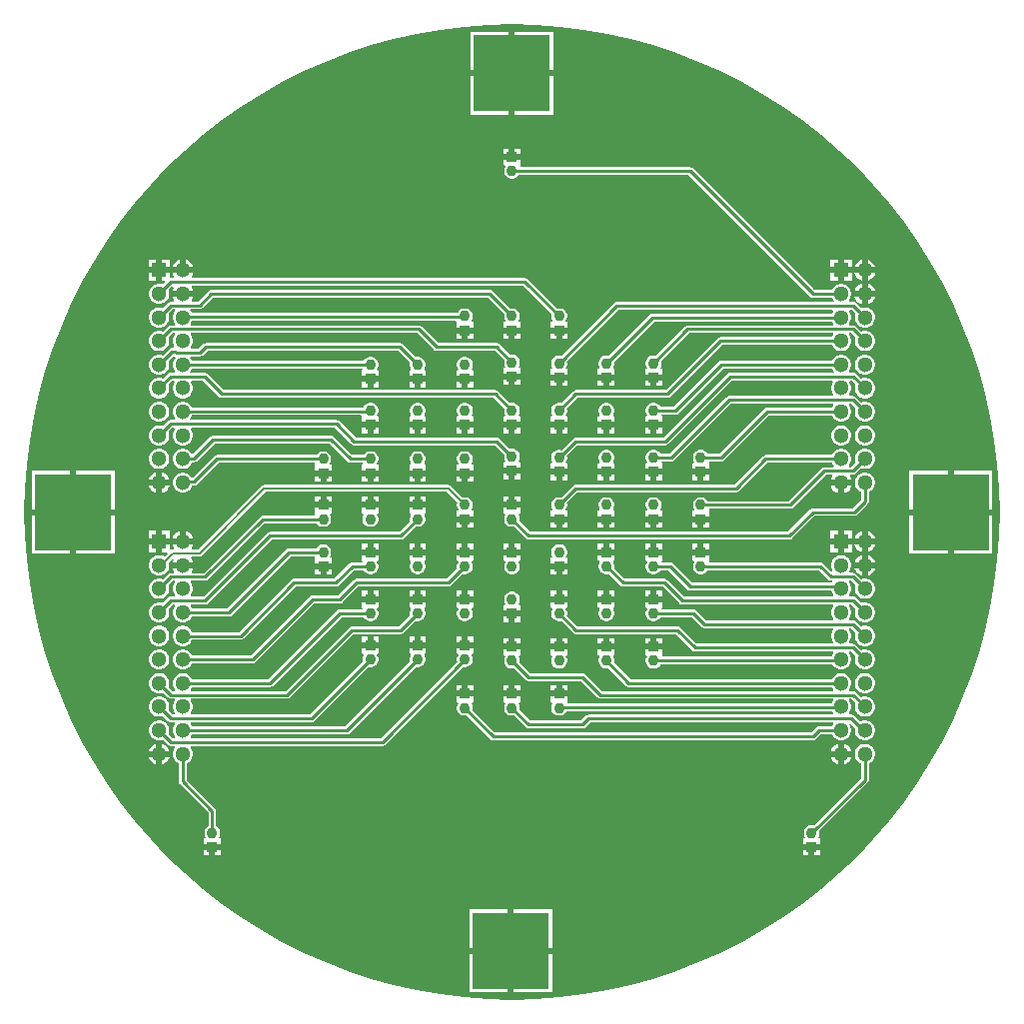
<source format=gbl>
G04*
G04 #@! TF.GenerationSoftware,Altium Limited,Altium Designer,23.3.1 (30)*
G04*
G04 Layer_Physical_Order=2*
G04 Layer_Color=16711680*
%FSLAX25Y25*%
%MOIN*%
G70*
G04*
G04 #@! TF.SameCoordinates,4AB93319-1172-440E-AE3B-729AD693B432*
G04*
G04*
G04 #@! TF.FilePolarity,Positive*
G04*
G01*
G75*
%ADD11C,0.00984*%
%ADD12C,0.00787*%
%ADD15C,0.03661*%
%ADD16R,0.03661X0.03661*%
%ADD18R,0.05118X0.05118*%
%ADD19C,0.05118*%
%ADD20R,0.25591X0.25591*%
G36*
X7983Y162500D02*
X15947Y161912D01*
X23872Y160935D01*
X31740Y159570D01*
X39532Y157820D01*
X47228Y155690D01*
X54811Y153185D01*
X62261Y150311D01*
X69561Y147075D01*
X76694Y143485D01*
X83642Y139549D01*
X90389Y135277D01*
X96918Y130678D01*
X103213Y125766D01*
X109260Y120550D01*
X115043Y115043D01*
X120550Y109260D01*
X125766Y103213D01*
X130678Y96918D01*
X135277Y90389D01*
X139549Y83642D01*
X143485Y76694D01*
X147075Y69561D01*
X150311Y62261D01*
X153185Y54811D01*
X155690Y47228D01*
X157820Y39532D01*
X159570Y31740D01*
X160935Y23872D01*
X161912Y15947D01*
X162500Y7983D01*
X162693Y99D01*
X162674Y-0D01*
X162693Y-99D01*
X162500Y-7983D01*
X161912Y-15947D01*
X160935Y-23873D01*
X159570Y-31740D01*
X157820Y-39532D01*
X155690Y-47228D01*
X153185Y-54811D01*
X150311Y-62261D01*
X147075Y-69561D01*
X143485Y-76694D01*
X139549Y-83643D01*
X135277Y-90389D01*
X130678Y-96918D01*
X125766Y-103213D01*
X120550Y-109260D01*
X115043Y-115043D01*
X109260Y-120550D01*
X103213Y-125766D01*
X96918Y-130679D01*
X90389Y-135277D01*
X83642Y-139549D01*
X76694Y-143485D01*
X69561Y-147075D01*
X62261Y-150311D01*
X54811Y-153185D01*
X47228Y-155690D01*
X39532Y-157820D01*
X31740Y-159570D01*
X23872Y-160935D01*
X15947Y-161913D01*
X7983Y-162500D01*
X99Y-162694D01*
X-0Y-162674D01*
X-99Y-162694D01*
X-7983Y-162500D01*
X-15947Y-161913D01*
X-23873Y-160935D01*
X-31740Y-159570D01*
X-39532Y-157820D01*
X-47228Y-155690D01*
X-54811Y-153185D01*
X-62261Y-150311D01*
X-69561Y-147075D01*
X-76694Y-143485D01*
X-83643Y-139549D01*
X-90389Y-135277D01*
X-96918Y-130679D01*
X-103213Y-125766D01*
X-109260Y-120550D01*
X-115043Y-115043D01*
X-120550Y-109260D01*
X-125766Y-103213D01*
X-130679Y-96918D01*
X-135277Y-90389D01*
X-139549Y-83643D01*
X-143485Y-76694D01*
X-147075Y-69561D01*
X-150311Y-62261D01*
X-153185Y-54811D01*
X-155690Y-47228D01*
X-157820Y-39532D01*
X-159570Y-31740D01*
X-160935Y-23873D01*
X-161913Y-15947D01*
X-162500Y-7983D01*
X-162694Y-99D01*
X-162674Y-0D01*
X-162694Y99D01*
X-162500Y7983D01*
X-161913Y15947D01*
X-160935Y23872D01*
X-159570Y31740D01*
X-157820Y39532D01*
X-155690Y47228D01*
X-153185Y54811D01*
X-150311Y62261D01*
X-147075Y69561D01*
X-143485Y76694D01*
X-139549Y83642D01*
X-135277Y90389D01*
X-130679Y96918D01*
X-125766Y103213D01*
X-120550Y109260D01*
X-115043Y115043D01*
X-109260Y120550D01*
X-103213Y125766D01*
X-96918Y130678D01*
X-90389Y135277D01*
X-83643Y139549D01*
X-76694Y143485D01*
X-69561Y147075D01*
X-62261Y150311D01*
X-54811Y153185D01*
X-47228Y155690D01*
X-39532Y157820D01*
X-31740Y159570D01*
X-23873Y160935D01*
X-15947Y161912D01*
X-7983Y162500D01*
X-99Y162693D01*
X-0Y162674D01*
X99Y162693D01*
X7983Y162500D01*
D02*
G37*
%LPC*%
G36*
X13795Y160225D02*
X1000D01*
Y147430D01*
X13795D01*
Y160225D01*
D02*
G37*
G36*
X-1000D02*
X-13795D01*
Y147430D01*
X-1000D01*
Y160225D01*
D02*
G37*
G36*
X13795Y145430D02*
X1000D01*
Y132635D01*
X13795D01*
Y145430D01*
D02*
G37*
G36*
X-1000D02*
X-13795D01*
Y132635D01*
X-1000D01*
Y145430D01*
D02*
G37*
G36*
X2831Y121335D02*
X1000D01*
Y119504D01*
X2831D01*
Y121335D01*
D02*
G37*
G36*
X-1000D02*
X-2831D01*
Y119504D01*
X-1000D01*
Y121335D01*
D02*
G37*
G36*
X113402Y84268D02*
X110843D01*
Y81709D01*
X113402D01*
Y84268D01*
D02*
G37*
G36*
X-108843Y84125D02*
Y81709D01*
X-106426D01*
X-106526Y82082D01*
X-106995Y82894D01*
X-107657Y83557D01*
X-108469Y84025D01*
X-108843Y84125D01*
D02*
G37*
G36*
X-114157Y84268D02*
X-116717D01*
Y81709D01*
X-114157D01*
Y84268D01*
D02*
G37*
G36*
X-110843Y84125D02*
X-111216Y84025D01*
X-112028Y83557D01*
X-112690Y82894D01*
X-113159Y82082D01*
X-113259Y81709D01*
X-110843D01*
Y84125D01*
D02*
G37*
G36*
X108843Y84268D02*
X106283D01*
Y81709D01*
X108843D01*
Y84268D01*
D02*
G37*
G36*
X-118717Y84268D02*
X-121276D01*
Y81709D01*
X-118717D01*
Y84268D01*
D02*
G37*
G36*
X118717Y84125D02*
Y81709D01*
X121133D01*
X121033Y82082D01*
X120564Y82894D01*
X119902Y83557D01*
X119090Y84025D01*
X118717Y84125D01*
D02*
G37*
G36*
X116717Y84125D02*
X116343Y84025D01*
X115531Y83557D01*
X114869Y82894D01*
X114400Y82082D01*
X114300Y81709D01*
X116717D01*
Y84125D01*
D02*
G37*
G36*
Y79709D02*
X114300D01*
X114400Y79335D01*
X114869Y78523D01*
X115531Y77861D01*
X116343Y77392D01*
X116717Y77292D01*
Y79709D01*
D02*
G37*
G36*
X121133D02*
X118717D01*
Y77292D01*
X119090Y77392D01*
X119902Y77861D01*
X120564Y78523D01*
X121033Y79335D01*
X121133Y79709D01*
D02*
G37*
G36*
X113402Y79709D02*
X110843D01*
Y77150D01*
X113402D01*
Y79709D01*
D02*
G37*
G36*
X108843D02*
X106283D01*
Y77150D01*
X108843D01*
Y79709D01*
D02*
G37*
G36*
X-118717D02*
X-121276D01*
Y77150D01*
X-118717D01*
Y79709D01*
D02*
G37*
G36*
X-114157D02*
X-116717D01*
Y77150D01*
X-115900D01*
X-115708Y76688D01*
X-116439Y75957D01*
X-117276Y76181D01*
X-118157D01*
X-119008Y75953D01*
X-119771Y75512D01*
X-120394Y74889D01*
X-120835Y74126D01*
X-121063Y73275D01*
Y72394D01*
X-120835Y71543D01*
X-120394Y70780D01*
X-119771Y70157D01*
X-119008Y69716D01*
X-118157Y69488D01*
X-117276D01*
X-116425Y69716D01*
X-115662Y70157D01*
X-115039Y70780D01*
X-114598Y71543D01*
X-114370Y72394D01*
Y73275D01*
X-114594Y74112D01*
X-113338Y75369D01*
X-113212Y75375D01*
X-113008Y75329D01*
X-112807Y74819D01*
X-113159Y74208D01*
X-113259Y73835D01*
X-109843D01*
X-106426D01*
X-106526Y74208D01*
X-106964Y74967D01*
X-106840Y75393D01*
X-106809Y75467D01*
X3790D01*
X13220Y66037D01*
X13130Y65699D01*
Y65010D01*
X13308Y64344D01*
X13530Y63961D01*
X13267Y63461D01*
X12917D01*
Y61630D01*
X15748D01*
X18579D01*
Y63461D01*
X18229D01*
X17966Y63961D01*
X18188Y64344D01*
X18366Y65010D01*
Y65699D01*
X18188Y66365D01*
X17843Y66962D01*
X17356Y67449D01*
X16759Y67794D01*
X16093Y67972D01*
X15403D01*
X15065Y67882D01*
X5253Y77694D01*
X4830Y77977D01*
X4331Y78076D01*
X-106809D01*
X-106840Y78150D01*
X-106964Y78576D01*
X-106526Y79335D01*
X-106426Y79709D01*
X-109843D01*
X-113259D01*
X-113159Y79335D01*
X-112721Y78576D01*
X-112845Y78150D01*
X-112876Y78076D01*
X-113779D01*
X-114157Y78386D01*
Y79709D01*
D02*
G37*
G36*
X118717Y76251D02*
Y73835D01*
X121133D01*
X121033Y74208D01*
X120564Y75020D01*
X119902Y75683D01*
X119090Y76151D01*
X118717Y76251D01*
D02*
G37*
G36*
X116717Y76251D02*
X116343Y76151D01*
X115531Y75683D01*
X114869Y75020D01*
X114400Y74208D01*
X114300Y73835D01*
X116717D01*
Y76251D01*
D02*
G37*
G36*
X-7480Y74139D02*
X-100394D01*
X-100893Y74040D01*
X-101316Y73757D01*
X-104773Y70301D01*
X-106690D01*
X-106907Y70801D01*
X-106526Y71461D01*
X-106426Y71835D01*
X-109843D01*
X-113259D01*
X-113159Y71461D01*
X-112778Y70801D01*
X-112995Y70301D01*
X-113681D01*
X-114180Y70201D01*
X-114604Y69919D01*
X-116439Y68083D01*
X-117276Y68307D01*
X-118157D01*
X-119008Y68079D01*
X-119771Y67638D01*
X-120394Y67015D01*
X-120835Y66252D01*
X-121063Y65401D01*
Y64520D01*
X-120835Y63669D01*
X-120394Y62906D01*
X-119771Y62283D01*
X-119008Y61842D01*
X-118157Y61614D01*
X-117276D01*
X-116425Y61842D01*
X-115662Y62283D01*
X-115039Y62906D01*
X-114598Y63669D01*
X-114370Y64520D01*
Y65401D01*
X-114594Y66238D01*
X-113141Y67691D01*
X-112551D01*
X-112344Y67191D01*
X-112520Y67015D01*
X-112961Y66252D01*
X-113189Y65401D01*
Y64520D01*
X-112961Y63669D01*
X-112520Y62906D01*
X-112405Y62790D01*
X-112596Y62328D01*
X-113779D01*
X-114279Y62229D01*
X-114702Y61946D01*
X-116439Y60209D01*
X-117276Y60433D01*
X-118157D01*
X-119008Y60205D01*
X-119771Y59764D01*
X-120394Y59141D01*
X-120835Y58378D01*
X-121063Y57527D01*
Y56646D01*
X-120835Y55795D01*
X-120394Y55032D01*
X-119771Y54409D01*
X-119008Y53968D01*
X-118157Y53740D01*
X-117276D01*
X-116425Y53968D01*
X-115662Y54409D01*
X-115039Y55032D01*
X-114598Y55795D01*
X-114370Y56646D01*
Y57527D01*
X-114594Y58364D01*
X-113239Y59719D01*
X-112596D01*
X-112405Y59257D01*
X-112520Y59141D01*
X-112961Y58378D01*
X-113189Y57527D01*
Y56646D01*
X-112961Y55795D01*
X-112703Y55348D01*
X-112991Y54848D01*
X-113386D01*
X-113885Y54749D01*
X-114308Y54466D01*
X-116439Y52335D01*
X-117276Y52559D01*
X-118157D01*
X-119008Y52331D01*
X-119771Y51890D01*
X-120394Y51267D01*
X-120835Y50504D01*
X-121063Y49653D01*
Y48772D01*
X-120835Y47921D01*
X-120394Y47158D01*
X-119771Y46535D01*
X-119008Y46094D01*
X-118157Y45866D01*
X-117276D01*
X-116425Y46094D01*
X-115662Y46535D01*
X-115039Y47158D01*
X-114598Y47921D01*
X-114370Y48772D01*
Y49653D01*
X-114594Y50490D01*
X-112914Y52170D01*
X-112450Y51986D01*
X-112299Y51489D01*
X-112520Y51267D01*
X-112961Y50504D01*
X-113189Y49653D01*
Y48772D01*
X-112961Y47921D01*
X-112520Y47158D01*
X-112344Y46982D01*
X-112551Y46482D01*
X-113878D01*
X-114377Y46382D01*
X-114801Y46100D01*
X-116439Y44461D01*
X-117276Y44685D01*
X-118157D01*
X-119008Y44457D01*
X-119771Y44016D01*
X-120394Y43393D01*
X-120835Y42630D01*
X-121063Y41779D01*
Y40898D01*
X-120835Y40047D01*
X-120394Y39284D01*
X-119771Y38661D01*
X-119008Y38220D01*
X-118157Y37992D01*
X-117276D01*
X-116425Y38220D01*
X-115662Y38661D01*
X-115039Y39284D01*
X-114598Y40047D01*
X-114370Y40898D01*
Y41779D01*
X-114594Y42616D01*
X-113338Y43873D01*
X-112694D01*
X-112597Y43638D01*
X-112532Y43373D01*
X-112961Y42630D01*
X-113189Y41779D01*
Y40898D01*
X-112961Y40047D01*
X-112520Y39284D01*
X-111897Y38661D01*
X-111134Y38220D01*
X-110283Y37992D01*
X-109402D01*
X-108551Y38220D01*
X-107788Y38661D01*
X-107165Y39284D01*
X-106724Y40047D01*
X-106496Y40898D01*
Y41779D01*
X-106724Y42630D01*
X-107153Y43373D01*
X-107088Y43638D01*
X-106991Y43873D01*
X-103198D01*
X-97773Y38448D01*
X-97350Y38165D01*
X-96850Y38065D01*
X-6052D01*
X-2528Y34541D01*
X-2618Y34203D01*
Y33514D01*
X-2440Y32848D01*
X-2219Y32465D01*
X-2481Y31964D01*
X-2831D01*
Y30134D01*
X-0D01*
X2831D01*
Y31964D01*
X2481D01*
X2218Y32465D01*
X2440Y32848D01*
X2618Y33514D01*
Y34203D01*
X2440Y34869D01*
X2095Y35466D01*
X1608Y35953D01*
X1010Y36298D01*
X345Y36476D01*
X-345D01*
X-683Y36386D01*
X-4589Y40293D01*
X-5013Y40575D01*
X-5512Y40675D01*
X-96310D01*
X-101735Y46100D01*
X-102158Y46382D01*
X-102657Y46482D01*
X-107134D01*
X-107341Y46982D01*
X-107165Y47158D01*
X-106732Y47908D01*
X-49981D01*
X-49927Y47819D01*
X-50075Y47319D01*
X-50075D01*
Y45488D01*
X-47244D01*
X-44414D01*
Y47319D01*
X-44763D01*
X-45026Y47819D01*
X-44804Y48202D01*
X-44626Y48868D01*
Y49557D01*
X-44804Y50223D01*
X-45149Y50820D01*
X-45637Y51308D01*
X-46234Y51652D01*
X-46900Y51831D01*
X-47589D01*
X-48255Y51652D01*
X-48852Y51308D01*
X-49339Y50820D01*
X-49514Y50517D01*
X-106732D01*
X-107165Y51267D01*
X-107341Y51443D01*
X-107134Y51943D01*
X-104028D01*
X-103529Y52043D01*
X-103106Y52325D01*
X-101618Y53813D01*
X-37942D01*
X-34024Y49895D01*
X-34114Y49557D01*
Y48868D01*
X-33936Y48202D01*
X-33715Y47819D01*
X-33977Y47319D01*
X-34327D01*
Y45488D01*
X-31496D01*
X-28665D01*
Y47319D01*
X-29015D01*
X-29278Y47819D01*
X-29057Y48202D01*
X-28878Y48868D01*
Y49557D01*
X-29057Y50223D01*
X-29401Y50820D01*
X-29889Y51308D01*
X-30486Y51652D01*
X-31152Y51831D01*
X-31841D01*
X-32179Y51740D01*
X-36479Y56041D01*
X-36902Y56323D01*
X-37402Y56423D01*
X-102158D01*
X-102657Y56323D01*
X-103081Y56041D01*
X-104569Y54553D01*
X-106991D01*
X-107088Y54787D01*
X-107153Y55053D01*
X-106724Y55795D01*
X-106496Y56646D01*
Y57527D01*
X-106724Y58378D01*
X-107165Y59141D01*
X-107280Y59257D01*
X-107089Y59719D01*
X-31643D01*
X-26119Y54196D01*
X-25696Y53913D01*
X-25197Y53813D01*
X-5659D01*
X-2528Y50683D01*
X-2618Y50345D01*
Y49655D01*
X-2440Y48989D01*
X-2219Y48606D01*
X-2481Y48106D01*
X-2831D01*
Y46276D01*
X-0D01*
X2831D01*
Y48106D01*
X2481D01*
X2218Y48606D01*
X2440Y48989D01*
X2618Y49655D01*
Y50345D01*
X2440Y51011D01*
X2095Y51608D01*
X1608Y52095D01*
X1010Y52440D01*
X345Y52618D01*
X-345D01*
X-683Y52528D01*
X-4196Y56041D01*
X-4619Y56323D01*
X-5118Y56423D01*
X-24656D01*
X-30180Y61946D01*
X-30603Y62229D01*
X-31102Y62328D01*
X-107089D01*
X-107280Y62790D01*
X-107165Y62906D01*
X-106724Y63669D01*
X-106675Y63853D01*
X-18839D01*
X-18579Y63460D01*
Y61630D01*
X-15748D01*
X-12917D01*
Y63461D01*
X-13267D01*
X-13530Y63961D01*
X-13308Y64344D01*
X-13130Y65010D01*
Y65699D01*
X-13308Y66365D01*
X-13653Y66962D01*
X-14141Y67449D01*
X-14738Y67794D01*
X-15403Y67972D01*
X-16093D01*
X-16759Y67794D01*
X-17356Y67449D01*
X-17843Y66962D01*
X-18132Y66462D01*
X-106845D01*
X-107165Y67015D01*
X-107341Y67191D01*
X-107134Y67691D01*
X-104232D01*
X-103733Y67791D01*
X-103310Y68074D01*
X-99853Y71530D01*
X-8021D01*
X-2528Y66037D01*
X-2618Y65699D01*
Y65010D01*
X-2440Y64344D01*
X-2219Y63961D01*
X-2481Y63461D01*
X-2831D01*
Y61630D01*
X-0D01*
X2831D01*
Y63461D01*
X2481D01*
X2218Y63961D01*
X2440Y64344D01*
X2618Y65010D01*
Y65699D01*
X2440Y66365D01*
X2095Y66962D01*
X1608Y67449D01*
X1010Y67794D01*
X345Y67972D01*
X-345D01*
X-683Y67882D01*
X-6558Y73757D01*
X-6981Y74040D01*
X-7480Y74139D01*
D02*
G37*
G36*
X116717Y71835D02*
X114300D01*
X114400Y71461D01*
X114869Y70649D01*
X115531Y69987D01*
X116343Y69518D01*
X116717Y69418D01*
Y71835D01*
D02*
G37*
G36*
X121133D02*
X118717D01*
Y69418D01*
X119090Y69518D01*
X119902Y69987D01*
X120564Y70649D01*
X121033Y71461D01*
X121133Y71835D01*
D02*
G37*
G36*
X2831Y117504D02*
X-0D01*
X-2831D01*
Y115673D01*
X-2481D01*
X-2219Y115173D01*
X-2440Y114790D01*
X-2618Y114124D01*
Y113435D01*
X-2440Y112769D01*
X-2095Y112172D01*
X-1608Y111685D01*
X-1011Y111340D01*
X-345Y111161D01*
X345D01*
X1010Y111340D01*
X1608Y111685D01*
X2095Y112172D01*
X2270Y112475D01*
X58908D01*
X99471Y71912D01*
X99894Y71629D01*
X100394Y71530D01*
X106732D01*
X107165Y70780D01*
X107341Y70604D01*
X107134Y70104D01*
X34941D01*
X34442Y70004D01*
X34018Y69722D01*
X16431Y52134D01*
X16093Y52224D01*
X15403D01*
X14737Y52046D01*
X14140Y51701D01*
X13653Y51214D01*
X13308Y50617D01*
X13130Y49951D01*
Y49262D01*
X13308Y48596D01*
X13530Y48213D01*
X13267Y47712D01*
X12917D01*
Y45882D01*
X15748D01*
Y44882D01*
D01*
Y45882D01*
X18579D01*
Y47712D01*
X18229D01*
X17966Y48213D01*
X18188Y48596D01*
X18366Y49262D01*
Y49951D01*
X18275Y50289D01*
X35481Y67495D01*
X106991D01*
X107088Y67260D01*
X107153Y66995D01*
X106732Y66265D01*
X46850D01*
X46351Y66166D01*
X45928Y65883D01*
X32179Y52134D01*
X31841Y52224D01*
X31151D01*
X30485Y52046D01*
X29888Y51701D01*
X29401Y51214D01*
X29056Y50617D01*
X28878Y49951D01*
Y49262D01*
X29056Y48596D01*
X29278Y48213D01*
X29015Y47712D01*
X28665D01*
Y45882D01*
X31496D01*
X34327D01*
Y47712D01*
X33977D01*
X33714Y48213D01*
X33936Y48596D01*
X34114Y49262D01*
Y49951D01*
X34023Y50289D01*
X47391Y63656D01*
X106732D01*
X107165Y62906D01*
X107280Y62790D01*
X107089Y62328D01*
X58661D01*
X58162Y62229D01*
X57739Y61946D01*
X47927Y52134D01*
X47589Y52224D01*
X46899D01*
X46233Y52046D01*
X45636Y51701D01*
X45149Y51214D01*
X44804Y50617D01*
X44626Y49951D01*
Y49262D01*
X44804Y48596D01*
X45026Y48213D01*
X44763Y47712D01*
X44413D01*
Y45882D01*
X47244D01*
X50075D01*
Y47712D01*
X49725D01*
X49463Y48213D01*
X49684Y48596D01*
X49862Y49262D01*
Y49951D01*
X49772Y50289D01*
X59202Y59719D01*
X107089D01*
X107280Y59257D01*
X107165Y59141D01*
X106732Y58391D01*
X69648D01*
X69149Y58292D01*
X68726Y58009D01*
X51392Y40675D01*
X21260D01*
X20761Y40575D01*
X20337Y40293D01*
X16431Y36386D01*
X16093Y36476D01*
X15403D01*
X14737Y36298D01*
X14140Y35953D01*
X13653Y35466D01*
X13308Y34869D01*
X13130Y34203D01*
Y33514D01*
X13308Y32848D01*
X13530Y32465D01*
X13267Y31964D01*
X12917D01*
Y30134D01*
X15748D01*
X18579D01*
Y31964D01*
X18229D01*
X17966Y32465D01*
X18188Y32848D01*
X18366Y33514D01*
Y34203D01*
X18275Y34541D01*
X21800Y38065D01*
X51932D01*
X52431Y38165D01*
X52854Y38448D01*
X70189Y55782D01*
X106732D01*
X107165Y55032D01*
X107788Y54409D01*
X108551Y53968D01*
X109402Y53740D01*
X110283D01*
X111134Y53968D01*
X111897Y54409D01*
X112520Y55032D01*
X112961Y55795D01*
X113189Y56646D01*
Y57527D01*
X112961Y58378D01*
X112520Y59141D01*
X112405Y59257D01*
X112596Y59719D01*
X113239D01*
X114594Y58364D01*
X114370Y57527D01*
Y56646D01*
X114598Y55795D01*
X115039Y55032D01*
X115662Y54409D01*
X116425Y53968D01*
X117276Y53740D01*
X118157D01*
X119008Y53968D01*
X119771Y54409D01*
X120394Y55032D01*
X120835Y55795D01*
X121063Y56646D01*
Y57527D01*
X120835Y58378D01*
X120394Y59141D01*
X119771Y59764D01*
X119008Y60205D01*
X118157Y60433D01*
X117276D01*
X116439Y60209D01*
X114702Y61946D01*
X114279Y62229D01*
X113779Y62328D01*
X112596D01*
X112405Y62790D01*
X112520Y62906D01*
X112961Y63669D01*
X113189Y64520D01*
Y65401D01*
X112961Y66252D01*
X112532Y66995D01*
X112597Y67260D01*
X112694Y67495D01*
X113338D01*
X114594Y66238D01*
X114370Y65401D01*
Y64520D01*
X114598Y63669D01*
X115039Y62906D01*
X115662Y62283D01*
X116425Y61842D01*
X117276Y61614D01*
X118157D01*
X119008Y61842D01*
X119771Y62283D01*
X120394Y62906D01*
X120835Y63669D01*
X121063Y64520D01*
Y65401D01*
X120835Y66252D01*
X120394Y67015D01*
X119771Y67638D01*
X119008Y68079D01*
X118157Y68307D01*
X117276D01*
X116439Y68083D01*
X114800Y69722D01*
X114377Y70004D01*
X113878Y70104D01*
X112551D01*
X112344Y70604D01*
X112520Y70780D01*
X112961Y71543D01*
X113189Y72394D01*
Y73275D01*
X112961Y74126D01*
X112520Y74889D01*
X111897Y75512D01*
X111134Y75953D01*
X110283Y76181D01*
X109402D01*
X108551Y75953D01*
X107788Y75512D01*
X107165Y74889D01*
X106732Y74139D01*
X100934D01*
X60371Y114702D01*
X59948Y114985D01*
X59449Y115084D01*
X2736D01*
X2682Y115173D01*
X2831Y115673D01*
X2831D01*
Y117504D01*
D02*
G37*
G36*
X18579Y59630D02*
X16748D01*
Y57799D01*
X18579D01*
Y59630D01*
D02*
G37*
G36*
X14748D02*
X12917D01*
Y57799D01*
X14748D01*
Y59630D01*
D02*
G37*
G36*
X2831D02*
X1000D01*
Y57799D01*
X2831D01*
Y59630D01*
D02*
G37*
G36*
X-1000D02*
X-2831D01*
Y57799D01*
X-1000D01*
Y59630D01*
D02*
G37*
G36*
X-12917D02*
X-14748D01*
Y57799D01*
X-12917D01*
Y59630D01*
D02*
G37*
G36*
X-16748D02*
X-18579D01*
Y57799D01*
X-16748D01*
Y59630D01*
D02*
G37*
G36*
X118157Y52559D02*
X117276D01*
X116425Y52331D01*
X115662Y51890D01*
X115039Y51267D01*
X114598Y50504D01*
X114370Y49653D01*
Y48772D01*
X114598Y47921D01*
X115039Y47158D01*
X115662Y46535D01*
X116425Y46094D01*
X117276Y45866D01*
X118157D01*
X119008Y46094D01*
X119771Y46535D01*
X120394Y47158D01*
X120835Y47921D01*
X121063Y48772D01*
Y49653D01*
X120835Y50504D01*
X120394Y51267D01*
X119771Y51890D01*
X119008Y52331D01*
X118157Y52559D01*
D02*
G37*
G36*
X-15403Y51831D02*
X-16093D01*
X-16759Y51652D01*
X-17356Y51308D01*
X-17843Y50820D01*
X-18188Y50223D01*
X-18366Y49557D01*
Y48868D01*
X-18188Y48202D01*
X-17967Y47819D01*
X-18229Y47319D01*
X-18579D01*
Y45488D01*
X-15748D01*
X-12917D01*
Y47319D01*
X-13267D01*
X-13530Y47819D01*
X-13308Y48202D01*
X-13130Y48868D01*
Y49557D01*
X-13308Y50223D01*
X-13653Y50820D01*
X-14141Y51308D01*
X-14738Y51652D01*
X-15403Y51831D01*
D02*
G37*
G36*
X2831Y44276D02*
X1000D01*
Y42445D01*
X2831D01*
Y44276D01*
D02*
G37*
G36*
X-1000D02*
X-2831D01*
Y42445D01*
X-1000D01*
Y44276D01*
D02*
G37*
G36*
X50075Y43882D02*
X48244D01*
Y42051D01*
X50075D01*
Y43882D01*
D02*
G37*
G36*
X46244D02*
X44413D01*
Y42051D01*
X46244D01*
Y43882D01*
D02*
G37*
G36*
X34327D02*
X32496D01*
Y42051D01*
X34327D01*
Y43882D01*
D02*
G37*
G36*
X30496D02*
X28665D01*
Y42051D01*
X30496D01*
Y43882D01*
D02*
G37*
G36*
X18579D02*
X16748D01*
Y42051D01*
X18579D01*
Y43882D01*
D02*
G37*
G36*
X14748D02*
X12917D01*
Y42051D01*
X14748D01*
Y43882D01*
D02*
G37*
G36*
X-12917Y43488D02*
X-14748D01*
Y41658D01*
X-12917D01*
Y43488D01*
D02*
G37*
G36*
X-16748D02*
X-18579D01*
Y41658D01*
X-16748D01*
Y43488D01*
D02*
G37*
G36*
X-28665D02*
X-30496D01*
Y41658D01*
X-28665D01*
Y43488D01*
D02*
G37*
G36*
X-32496D02*
X-34327D01*
Y41658D01*
X-32496D01*
Y43488D01*
D02*
G37*
G36*
X-44414D02*
X-46244D01*
Y41658D01*
X-44414D01*
Y43488D01*
D02*
G37*
G36*
X-48244D02*
X-50075D01*
Y41658D01*
X-48244D01*
Y43488D01*
D02*
G37*
G36*
X110283Y52559D02*
X109402D01*
X108551Y52331D01*
X107788Y51890D01*
X107165Y51267D01*
X106732Y50517D01*
X69907D01*
X69408Y50418D01*
X68985Y50135D01*
X54012Y35163D01*
X49514D01*
X49339Y35466D01*
X48852Y35953D01*
X48255Y36298D01*
X47589Y36476D01*
X46899D01*
X46233Y36298D01*
X45636Y35953D01*
X45149Y35466D01*
X44804Y34869D01*
X44626Y34203D01*
Y33514D01*
X44804Y32848D01*
X45026Y32465D01*
X44763Y31964D01*
X44413D01*
Y30134D01*
X47244D01*
X50075D01*
Y31964D01*
X50075D01*
X49927Y32465D01*
X49980Y32554D01*
X54553D01*
X55052Y32653D01*
X55475Y32936D01*
X70447Y47908D01*
X106732D01*
X107165Y47158D01*
X107341Y46982D01*
X107134Y46482D01*
X72704D01*
X72204Y46382D01*
X71781Y46100D01*
X50608Y24927D01*
X21260D01*
X20761Y24827D01*
X20337Y24544D01*
X16431Y20638D01*
X16093Y20728D01*
X15403D01*
X14737Y20550D01*
X14140Y20205D01*
X13653Y19718D01*
X13308Y19121D01*
X13130Y18455D01*
Y17765D01*
X13308Y17100D01*
X13530Y16716D01*
X13267Y16217D01*
X12917D01*
Y14386D01*
X15748D01*
X18579D01*
Y16217D01*
X18229D01*
X17966Y16716D01*
X18188Y17100D01*
X18366Y17765D01*
Y18455D01*
X18275Y18793D01*
X21800Y22318D01*
X51148D01*
X51648Y22417D01*
X52071Y22700D01*
X73244Y43873D01*
X106991D01*
X107088Y43638D01*
X107153Y43373D01*
X106724Y42630D01*
X106496Y41779D01*
Y40898D01*
X106724Y40047D01*
X107165Y39284D01*
X107280Y39168D01*
X107089Y38706D01*
X72421D01*
X71922Y38607D01*
X71499Y38324D01*
X52589Y19415D01*
X49514D01*
X49339Y19718D01*
X48852Y20205D01*
X48255Y20550D01*
X47589Y20728D01*
X46899D01*
X46233Y20550D01*
X45636Y20205D01*
X45149Y19718D01*
X44804Y19121D01*
X44626Y18455D01*
Y17765D01*
X44804Y17100D01*
X45026Y16716D01*
X44763Y16217D01*
X44413D01*
Y14386D01*
X47244D01*
X50075D01*
Y16217D01*
X50075D01*
X49927Y16716D01*
X49980Y16806D01*
X53130D01*
X53629Y16905D01*
X54052Y17188D01*
X72962Y36097D01*
X107089D01*
X107280Y35635D01*
X107165Y35519D01*
X106732Y34769D01*
X85039D01*
X84540Y34670D01*
X84117Y34387D01*
X69145Y19415D01*
X65262D01*
X65087Y19718D01*
X64600Y20205D01*
X64003Y20550D01*
X63337Y20728D01*
X62647D01*
X61981Y20550D01*
X61384Y20205D01*
X60897Y19718D01*
X60552Y19121D01*
X60374Y18455D01*
Y17765D01*
X60552Y17100D01*
X60774Y16716D01*
X60511Y16217D01*
X60161D01*
Y14386D01*
X62992D01*
X65823D01*
Y16217D01*
X65823D01*
X65675Y16716D01*
X65728Y16806D01*
X69685D01*
X70184Y16905D01*
X70608Y17188D01*
X85580Y32160D01*
X106732D01*
X107165Y31410D01*
X107788Y30787D01*
X108551Y30346D01*
X109402Y30118D01*
X110283D01*
X111134Y30346D01*
X111897Y30787D01*
X112520Y31410D01*
X112961Y32173D01*
X113189Y33024D01*
Y33905D01*
X112961Y34756D01*
X112520Y35519D01*
X112405Y35635D01*
X112596Y36097D01*
X113239D01*
X114594Y34742D01*
X114370Y33905D01*
Y33024D01*
X114598Y32173D01*
X115039Y31410D01*
X115662Y30787D01*
X116425Y30346D01*
X117276Y30118D01*
X118157D01*
X119008Y30346D01*
X119771Y30787D01*
X120394Y31410D01*
X120835Y32173D01*
X121063Y33024D01*
Y33905D01*
X120835Y34756D01*
X120394Y35519D01*
X119771Y36142D01*
X119008Y36583D01*
X118157Y36811D01*
X117276D01*
X116439Y36587D01*
X114702Y38324D01*
X114279Y38607D01*
X113779Y38706D01*
X112596D01*
X112405Y39168D01*
X112520Y39284D01*
X112961Y40047D01*
X113189Y40898D01*
Y41779D01*
X112961Y42630D01*
X112532Y43373D01*
X112597Y43638D01*
X112694Y43873D01*
X113338D01*
X114594Y42616D01*
X114370Y41779D01*
Y40898D01*
X114598Y40047D01*
X115039Y39284D01*
X115662Y38661D01*
X116425Y38220D01*
X117276Y37992D01*
X118157D01*
X119008Y38220D01*
X119771Y38661D01*
X120394Y39284D01*
X120835Y40047D01*
X121063Y40898D01*
Y41779D01*
X120835Y42630D01*
X120394Y43393D01*
X119771Y44016D01*
X119008Y44457D01*
X118157Y44685D01*
X117276D01*
X116439Y44461D01*
X114800Y46100D01*
X114377Y46382D01*
X113878Y46482D01*
X112551D01*
X112344Y46982D01*
X112520Y47158D01*
X112961Y47921D01*
X113189Y48772D01*
Y49653D01*
X112961Y50504D01*
X112520Y51267D01*
X111897Y51890D01*
X111134Y52331D01*
X110283Y52559D01*
D02*
G37*
G36*
X-15403Y36476D02*
X-16093D01*
X-16759Y36298D01*
X-17356Y35953D01*
X-17843Y35466D01*
X-18188Y34869D01*
X-18366Y34203D01*
Y33514D01*
X-18188Y32848D01*
X-17967Y32465D01*
X-18229Y31964D01*
X-18579D01*
Y30134D01*
X-15748D01*
X-12917D01*
Y31964D01*
X-13267D01*
X-13530Y32465D01*
X-13308Y32848D01*
X-13130Y33514D01*
Y34203D01*
X-13308Y34869D01*
X-13653Y35466D01*
X-14141Y35953D01*
X-14738Y36298D01*
X-15403Y36476D01*
D02*
G37*
G36*
X31841D02*
X31151D01*
X30485Y36298D01*
X29888Y35953D01*
X29401Y35466D01*
X29056Y34869D01*
X28878Y34203D01*
Y33514D01*
X29056Y32848D01*
X29278Y32465D01*
X29015Y31964D01*
X28665D01*
Y30134D01*
X31496D01*
X34327D01*
Y31964D01*
X33977D01*
X33714Y32465D01*
X33936Y32848D01*
X34114Y33514D01*
Y34203D01*
X33936Y34869D01*
X33591Y35466D01*
X33103Y35953D01*
X32506Y36298D01*
X31841Y36476D01*
D02*
G37*
G36*
X-31152D02*
X-31841D01*
X-32507Y36298D01*
X-33104Y35953D01*
X-33591Y35466D01*
X-33936Y34869D01*
X-34114Y34203D01*
Y33514D01*
X-33936Y32848D01*
X-33715Y32465D01*
X-33977Y31964D01*
X-34327D01*
Y30134D01*
X-31496D01*
X-28665D01*
Y31964D01*
X-29015D01*
X-29278Y32465D01*
X-29057Y32848D01*
X-28878Y33514D01*
Y34203D01*
X-29057Y34869D01*
X-29401Y35466D01*
X-29889Y35953D01*
X-30486Y36298D01*
X-31152Y36476D01*
D02*
G37*
G36*
X-109402Y36811D02*
X-110283D01*
X-111134Y36583D01*
X-111897Y36142D01*
X-112520Y35519D01*
X-112961Y34756D01*
X-113189Y33905D01*
Y33024D01*
X-112961Y32173D01*
X-112520Y31410D01*
X-112344Y31234D01*
X-112551Y30734D01*
X-113878D01*
X-114377Y30634D01*
X-114801Y30352D01*
X-116439Y28713D01*
X-117276Y28937D01*
X-118157D01*
X-119008Y28709D01*
X-119771Y28268D01*
X-120394Y27645D01*
X-120835Y26882D01*
X-121063Y26031D01*
Y25150D01*
X-120835Y24299D01*
X-120394Y23536D01*
X-119771Y22913D01*
X-119008Y22472D01*
X-118157Y22244D01*
X-117276D01*
X-116425Y22472D01*
X-115662Y22913D01*
X-115039Y23536D01*
X-114598Y24299D01*
X-114370Y25150D01*
Y26031D01*
X-114594Y26868D01*
X-113338Y28124D01*
X-112694D01*
X-112597Y27890D01*
X-112532Y27624D01*
X-112961Y26882D01*
X-113189Y26031D01*
Y25150D01*
X-112961Y24299D01*
X-112520Y23536D01*
X-111897Y22913D01*
X-111134Y22472D01*
X-110283Y22244D01*
X-109402D01*
X-108551Y22472D01*
X-107788Y22913D01*
X-107165Y23536D01*
X-106724Y24299D01*
X-106496Y25150D01*
Y26031D01*
X-106724Y26882D01*
X-107153Y27624D01*
X-107088Y27890D01*
X-106991Y28124D01*
X-59103D01*
X-53678Y22700D01*
X-53255Y22417D01*
X-52756Y22318D01*
X-5658D01*
X-2528Y19187D01*
X-2618Y18849D01*
Y18159D01*
X-2440Y17493D01*
X-2219Y17110D01*
X-2481Y16610D01*
X-2831D01*
Y14780D01*
X-0D01*
X2831D01*
Y16610D01*
X2481D01*
X2218Y17110D01*
X2440Y17493D01*
X2618Y18159D01*
Y18849D01*
X2440Y19514D01*
X2095Y20111D01*
X1608Y20599D01*
X1010Y20944D01*
X345Y21122D01*
X-345D01*
X-683Y21032D01*
X-4196Y24544D01*
X-4619Y24827D01*
X-5118Y24927D01*
X-52215D01*
X-57640Y30352D01*
X-58064Y30634D01*
X-58563Y30734D01*
X-107134D01*
X-107341Y31234D01*
X-107165Y31410D01*
X-106724Y32173D01*
X-106675Y32357D01*
X-50335D01*
X-50075Y31964D01*
Y30134D01*
X-47244D01*
X-44414D01*
Y31964D01*
X-44763D01*
X-45026Y32465D01*
X-44804Y32848D01*
X-44626Y33514D01*
Y34203D01*
X-44804Y34869D01*
X-45149Y35466D01*
X-45637Y35953D01*
X-46234Y36298D01*
X-46900Y36476D01*
X-47589D01*
X-48255Y36298D01*
X-48852Y35953D01*
X-49339Y35466D01*
X-49628Y34966D01*
X-106845D01*
X-107165Y35519D01*
X-107788Y36142D01*
X-108551Y36583D01*
X-109402Y36811D01*
D02*
G37*
G36*
X-117276D02*
X-118157D01*
X-119008Y36583D01*
X-119771Y36142D01*
X-120394Y35519D01*
X-120835Y34756D01*
X-121063Y33905D01*
Y33024D01*
X-120835Y32173D01*
X-120394Y31410D01*
X-119771Y30787D01*
X-119008Y30346D01*
X-118157Y30118D01*
X-117276D01*
X-116425Y30346D01*
X-115662Y30787D01*
X-115039Y31410D01*
X-114598Y32173D01*
X-114370Y33024D01*
Y33905D01*
X-114598Y34756D01*
X-115039Y35519D01*
X-115662Y36142D01*
X-116425Y36583D01*
X-117276Y36811D01*
D02*
G37*
G36*
X50075Y28134D02*
X48244D01*
Y26303D01*
X50075D01*
Y28134D01*
D02*
G37*
G36*
X46244D02*
X44413D01*
Y26303D01*
X46244D01*
Y28134D01*
D02*
G37*
G36*
X34327D02*
X32496D01*
Y26303D01*
X34327D01*
Y28134D01*
D02*
G37*
G36*
X30496D02*
X28665D01*
Y26303D01*
X30496D01*
Y28134D01*
D02*
G37*
G36*
X18579D02*
X16748D01*
Y26303D01*
X18579D01*
Y28134D01*
D02*
G37*
G36*
X14748D02*
X12917D01*
Y26303D01*
X14748D01*
Y28134D01*
D02*
G37*
G36*
X2831D02*
X1000D01*
Y26303D01*
X2831D01*
Y28134D01*
D02*
G37*
G36*
X-1000D02*
X-2831D01*
Y26303D01*
X-1000D01*
Y28134D01*
D02*
G37*
G36*
X-12917D02*
X-14748D01*
Y26303D01*
X-12917D01*
Y28134D01*
D02*
G37*
G36*
X-16748D02*
X-18579D01*
Y26303D01*
X-16748D01*
Y28134D01*
D02*
G37*
G36*
X-28665D02*
X-30496D01*
Y26303D01*
X-28665D01*
Y28134D01*
D02*
G37*
G36*
X-32496D02*
X-34327D01*
Y26303D01*
X-32496D01*
Y28134D01*
D02*
G37*
G36*
X-44414D02*
X-46244D01*
Y26303D01*
X-44414D01*
Y28134D01*
D02*
G37*
G36*
X-48244D02*
X-50075D01*
Y26303D01*
X-48244D01*
Y28134D01*
D02*
G37*
G36*
X118157Y28937D02*
X117276D01*
X116425Y28709D01*
X115662Y28268D01*
X115039Y27645D01*
X114598Y26882D01*
X114370Y26031D01*
Y25150D01*
X114598Y24299D01*
X115039Y23536D01*
X115662Y22913D01*
X116425Y22472D01*
X117276Y22244D01*
X118157D01*
X119008Y22472D01*
X119771Y22913D01*
X120394Y23536D01*
X120835Y24299D01*
X121063Y25150D01*
Y26031D01*
X120835Y26882D01*
X120394Y27645D01*
X119771Y28268D01*
X119008Y28709D01*
X118157Y28937D01*
D02*
G37*
G36*
X110283D02*
X109402D01*
X108551Y28709D01*
X107788Y28268D01*
X107165Y27645D01*
X106724Y26882D01*
X106496Y26031D01*
Y25150D01*
X106724Y24299D01*
X107165Y23536D01*
X107788Y22913D01*
X108551Y22472D01*
X109402Y22244D01*
X110283D01*
X111134Y22472D01*
X111897Y22913D01*
X112520Y23536D01*
X112961Y24299D01*
X113189Y25150D01*
Y26031D01*
X112961Y26882D01*
X112520Y27645D01*
X111897Y28268D01*
X111134Y28709D01*
X110283Y28937D01*
D02*
G37*
G36*
X118157Y21063D02*
X117276D01*
X116425Y20835D01*
X115662Y20394D01*
X115039Y19771D01*
X114598Y19008D01*
X114370Y18157D01*
Y17276D01*
X114594Y16439D01*
X113141Y14986D01*
X112551D01*
X112344Y15486D01*
X112520Y15662D01*
X112961Y16425D01*
X113189Y17276D01*
Y18157D01*
X112961Y19008D01*
X112520Y19771D01*
X111897Y20394D01*
X111134Y20835D01*
X110283Y21063D01*
X109402D01*
X108551Y20835D01*
X107788Y20394D01*
X107165Y19771D01*
X106732Y19021D01*
X84646D01*
X84146Y18922D01*
X83723Y18639D01*
X74263Y9179D01*
X21260D01*
X20761Y9079D01*
X20337Y8796D01*
X16431Y4890D01*
X16093Y4980D01*
X15403D01*
X14737Y4802D01*
X14140Y4457D01*
X13653Y3970D01*
X13308Y3373D01*
X13130Y2707D01*
Y2017D01*
X13308Y1352D01*
X13530Y968D01*
X13267Y468D01*
X12917D01*
Y-1362D01*
X15748D01*
Y-2362D01*
D01*
Y-1362D01*
X18579D01*
Y468D01*
X18229D01*
X17966Y968D01*
X18188Y1352D01*
X18366Y2017D01*
Y2707D01*
X18275Y3045D01*
X21800Y6569D01*
X74803D01*
X75302Y6669D01*
X75726Y6951D01*
X85186Y16412D01*
X106732D01*
X107165Y15662D01*
X107341Y15486D01*
X107134Y14986D01*
X104232D01*
X103733Y14886D01*
X103310Y14604D01*
X92373Y3667D01*
X65262D01*
X65087Y3970D01*
X64600Y4457D01*
X64003Y4802D01*
X63337Y4980D01*
X62647D01*
X61981Y4802D01*
X61384Y4457D01*
X60897Y3970D01*
X60552Y3373D01*
X60374Y2707D01*
Y2017D01*
X60552Y1352D01*
X60774Y968D01*
X60511Y468D01*
X60161D01*
Y-1362D01*
X62992D01*
X65823D01*
Y468D01*
X65823D01*
X65675Y968D01*
X65728Y1058D01*
X92913D01*
X93413Y1157D01*
X93836Y1440D01*
X104773Y12376D01*
X106690D01*
X106907Y11876D01*
X106526Y11216D01*
X106426Y10842D01*
X109843D01*
X113259D01*
X113159Y11216D01*
X112778Y11876D01*
X112995Y12376D01*
X113681D01*
X114180Y12476D01*
X114604Y12759D01*
X116439Y14594D01*
X117276Y14370D01*
X118157D01*
X119008Y14598D01*
X119771Y15039D01*
X120394Y15662D01*
X120835Y16425D01*
X121063Y17276D01*
Y18157D01*
X120835Y19008D01*
X120394Y19771D01*
X119771Y20394D01*
X119008Y20835D01*
X118157Y21063D01*
D02*
G37*
G36*
X31841Y20728D02*
X31151D01*
X30485Y20550D01*
X29888Y20205D01*
X29401Y19718D01*
X29056Y19121D01*
X28878Y18455D01*
Y17765D01*
X29056Y17100D01*
X29278Y16716D01*
X29015Y16217D01*
X28665D01*
Y14386D01*
X31496D01*
X34327D01*
Y16217D01*
X33977D01*
X33714Y16716D01*
X33936Y17100D01*
X34114Y17765D01*
Y18455D01*
X33936Y19121D01*
X33591Y19718D01*
X33103Y20205D01*
X32506Y20550D01*
X31841Y20728D01*
D02*
G37*
G36*
X-117276Y21063D02*
X-118157D01*
X-119008Y20835D01*
X-119771Y20394D01*
X-120394Y19771D01*
X-120835Y19008D01*
X-121063Y18157D01*
Y17276D01*
X-120835Y16425D01*
X-120394Y15662D01*
X-119771Y15039D01*
X-119008Y14598D01*
X-118157Y14370D01*
X-117276D01*
X-116425Y14598D01*
X-115662Y15039D01*
X-115039Y15662D01*
X-114598Y16425D01*
X-114370Y17276D01*
Y18157D01*
X-114598Y19008D01*
X-115039Y19771D01*
X-115662Y20394D01*
X-116425Y20835D01*
X-117276Y21063D01*
D02*
G37*
G36*
X-62647Y20335D02*
X-63337D01*
X-64003Y20156D01*
X-64600Y19812D01*
X-65087Y19324D01*
X-65262Y19021D01*
X-98425D01*
X-98924Y18922D01*
X-99348Y18639D01*
X-106410Y11577D01*
X-107018Y11644D01*
X-107165Y11897D01*
X-107788Y12520D01*
X-108551Y12961D01*
X-109402Y13189D01*
X-110283D01*
X-111134Y12961D01*
X-111897Y12520D01*
X-112520Y11897D01*
X-112961Y11134D01*
X-113189Y10283D01*
Y9402D01*
X-112961Y8551D01*
X-112520Y7788D01*
X-111897Y7165D01*
X-111134Y6724D01*
X-110283Y6496D01*
X-109402D01*
X-108551Y6724D01*
X-107788Y7165D01*
X-107165Y7788D01*
X-106724Y8551D01*
X-106675Y8735D01*
X-106102D01*
X-105603Y8834D01*
X-105180Y9117D01*
X-97885Y16412D01*
X-65729D01*
X-65675Y16323D01*
X-65823Y15823D01*
X-65823D01*
Y13992D01*
X-62992D01*
X-60162D01*
Y15823D01*
X-60511D01*
X-60774Y16323D01*
X-60553Y16706D01*
X-60374Y17372D01*
Y18061D01*
X-60553Y18727D01*
X-60897Y19324D01*
X-61385Y19812D01*
X-61982Y20156D01*
X-62647Y20335D01*
D02*
G37*
G36*
X-60532Y25591D02*
X-99730D01*
X-100229Y25491D01*
X-100652Y25208D01*
X-106410Y19451D01*
X-107018Y19518D01*
X-107165Y19771D01*
X-107788Y20394D01*
X-108551Y20835D01*
X-109402Y21063D01*
X-110283D01*
X-111134Y20835D01*
X-111897Y20394D01*
X-112520Y19771D01*
X-112961Y19008D01*
X-113189Y18157D01*
Y17276D01*
X-112961Y16425D01*
X-112520Y15662D01*
X-111897Y15039D01*
X-111134Y14598D01*
X-110283Y14370D01*
X-109402D01*
X-108551Y14598D01*
X-107788Y15039D01*
X-107165Y15662D01*
X-106724Y16425D01*
X-106675Y16609D01*
X-106102D01*
X-105603Y16708D01*
X-105180Y16991D01*
X-99189Y22981D01*
X-61072D01*
X-54884Y16794D01*
X-54461Y16511D01*
X-53962Y16412D01*
X-49981D01*
X-49927Y16323D01*
X-50075Y15823D01*
X-50075D01*
Y13992D01*
X-47244D01*
X-44414D01*
Y15823D01*
X-44763D01*
X-45026Y16323D01*
X-44804Y16706D01*
X-44626Y17372D01*
Y18061D01*
X-44804Y18727D01*
X-45149Y19324D01*
X-45637Y19812D01*
X-46234Y20156D01*
X-46900Y20335D01*
X-47589D01*
X-48255Y20156D01*
X-48852Y19812D01*
X-49339Y19324D01*
X-49514Y19021D01*
X-53422D01*
X-59609Y25208D01*
X-60032Y25491D01*
X-60115Y25508D01*
X-60532Y25591D01*
D02*
G37*
G36*
X-15403Y20335D02*
X-16093D01*
X-16759Y20156D01*
X-17356Y19812D01*
X-17843Y19324D01*
X-18188Y18727D01*
X-18366Y18061D01*
Y17372D01*
X-18188Y16706D01*
X-17967Y16323D01*
X-18229Y15823D01*
X-18579D01*
Y13992D01*
X-15748D01*
X-12917D01*
Y15823D01*
X-13267D01*
X-13530Y16323D01*
X-13308Y16706D01*
X-13130Y17372D01*
Y18061D01*
X-13308Y18727D01*
X-13653Y19324D01*
X-14141Y19812D01*
X-14738Y20156D01*
X-15403Y20335D01*
D02*
G37*
G36*
X-31152D02*
X-31841D01*
X-32507Y20156D01*
X-33104Y19812D01*
X-33591Y19324D01*
X-33936Y18727D01*
X-34114Y18061D01*
Y17372D01*
X-33936Y16706D01*
X-33715Y16323D01*
X-33977Y15823D01*
X-34327D01*
Y13992D01*
X-31496D01*
X-28665D01*
Y15823D01*
X-29015D01*
X-29278Y16323D01*
X-29057Y16706D01*
X-28878Y17372D01*
Y18061D01*
X-29057Y18727D01*
X-29401Y19324D01*
X-29889Y19812D01*
X-30486Y20156D01*
X-31152Y20335D01*
D02*
G37*
G36*
X2831Y12780D02*
X1000D01*
Y10949D01*
X2831D01*
Y12780D01*
D02*
G37*
G36*
X-1000D02*
X-2831D01*
Y10949D01*
X-1000D01*
Y12780D01*
D02*
G37*
G36*
X-116717Y13259D02*
Y10842D01*
X-114300D01*
X-114400Y11216D01*
X-114869Y12028D01*
X-115531Y12690D01*
X-116343Y13159D01*
X-116717Y13259D01*
D02*
G37*
G36*
X-118717D02*
X-119090Y13159D01*
X-119902Y12690D01*
X-120564Y12028D01*
X-121033Y11216D01*
X-121133Y10842D01*
X-118717D01*
Y13259D01*
D02*
G37*
G36*
X65823Y12386D02*
X63992D01*
Y10555D01*
X65823D01*
Y12386D01*
D02*
G37*
G36*
X61992D02*
X60161D01*
Y10555D01*
X61992D01*
Y12386D01*
D02*
G37*
G36*
X50075D02*
X48244D01*
Y10555D01*
X50075D01*
Y12386D01*
D02*
G37*
G36*
X46244D02*
X44413D01*
Y10555D01*
X46244D01*
Y12386D01*
D02*
G37*
G36*
X34327D02*
X32496D01*
Y10555D01*
X34327D01*
Y12386D01*
D02*
G37*
G36*
X30496D02*
X28665D01*
Y10555D01*
X30496D01*
Y12386D01*
D02*
G37*
G36*
X18579D02*
X16748D01*
Y10555D01*
X18579D01*
Y12386D01*
D02*
G37*
G36*
X14748D02*
X12917D01*
Y10555D01*
X14748D01*
Y12386D01*
D02*
G37*
G36*
X-12917Y11992D02*
X-14748D01*
Y10161D01*
X-12917D01*
Y11992D01*
D02*
G37*
G36*
X-16748D02*
X-18579D01*
Y10161D01*
X-16748D01*
Y11992D01*
D02*
G37*
G36*
X-28665D02*
X-30496D01*
Y10161D01*
X-28665D01*
Y11992D01*
D02*
G37*
G36*
X-32496D02*
X-34327D01*
Y10161D01*
X-32496D01*
Y11992D01*
D02*
G37*
G36*
X-44414D02*
X-46244D01*
Y10161D01*
X-44414D01*
Y11992D01*
D02*
G37*
G36*
X-48244D02*
X-50075D01*
Y10161D01*
X-48244D01*
Y11992D01*
D02*
G37*
G36*
X-60162D02*
X-61992D01*
Y10161D01*
X-60162D01*
Y11992D01*
D02*
G37*
G36*
X-63992D02*
X-65823D01*
Y10161D01*
X-63992D01*
Y11992D01*
D02*
G37*
G36*
X113259Y8843D02*
X110843D01*
Y6426D01*
X111216Y6526D01*
X112028Y6995D01*
X112690Y7657D01*
X113159Y8469D01*
X113259Y8843D01*
D02*
G37*
G36*
X108843D02*
X106426D01*
X106526Y8469D01*
X106995Y7657D01*
X107657Y6995D01*
X108469Y6526D01*
X108843Y6426D01*
Y8843D01*
D02*
G37*
G36*
X-114300D02*
X-116717D01*
Y6426D01*
X-116343Y6526D01*
X-115531Y6995D01*
X-114869Y7657D01*
X-114400Y8469D01*
X-114300Y8843D01*
D02*
G37*
G36*
X-118717D02*
X-121133D01*
X-121033Y8469D01*
X-120564Y7657D01*
X-119902Y6995D01*
X-119090Y6526D01*
X-118717Y6426D01*
Y8843D01*
D02*
G37*
G36*
X-44414Y5193D02*
X-46244D01*
Y3362D01*
X-44414D01*
Y5193D01*
D02*
G37*
G36*
X-60162D02*
X-61992D01*
Y3362D01*
X-60162D01*
Y5193D01*
D02*
G37*
G36*
X2831D02*
X1000D01*
Y3362D01*
X2831D01*
Y5193D01*
D02*
G37*
G36*
X-28665D02*
X-30496D01*
Y3362D01*
X-28665D01*
Y5193D01*
D02*
G37*
G36*
X-48244D02*
X-50075D01*
Y3362D01*
X-48244D01*
Y5193D01*
D02*
G37*
G36*
X-63992D02*
X-65823D01*
Y3362D01*
X-63992D01*
Y5193D01*
D02*
G37*
G36*
X-1000D02*
X-2831D01*
Y3362D01*
X-1000D01*
Y5193D01*
D02*
G37*
G36*
X-32496D02*
X-34327D01*
Y3362D01*
X-32496D01*
Y5193D01*
D02*
G37*
G36*
X160252Y13795D02*
X147457D01*
Y1000D01*
X160252D01*
Y13795D01*
D02*
G37*
G36*
X145457D02*
X132661D01*
Y1000D01*
X145457D01*
Y13795D01*
D02*
G37*
G36*
X-132661D02*
X-145457D01*
Y1000D01*
X-132661D01*
Y13795D01*
D02*
G37*
G36*
X-147457D02*
X-160252D01*
Y1000D01*
X-147457D01*
Y13795D01*
D02*
G37*
G36*
X-21260Y9078D02*
X-21260Y9078D01*
X-82677D01*
X-83138Y8987D01*
X-83529Y8726D01*
X-83529Y8726D01*
X-104731Y-12477D01*
X-106809D01*
X-106849Y-12379D01*
X-106965Y-11977D01*
X-106526Y-11216D01*
X-106426Y-10842D01*
X-109843D01*
X-113259D01*
X-113159Y-11216D01*
X-112720Y-11977D01*
X-112836Y-12379D01*
X-112876Y-12477D01*
X-113091D01*
X-113091Y-12477D01*
X-113551Y-12569D01*
X-113657Y-12639D01*
X-114157Y-12372D01*
Y-10842D01*
X-116717D01*
Y-13402D01*
X-115167D01*
X-114976Y-13863D01*
X-115972Y-14860D01*
X-116425Y-14598D01*
X-117276Y-14370D01*
X-118157D01*
X-119008Y-14598D01*
X-119771Y-15039D01*
X-120394Y-15662D01*
X-120835Y-16425D01*
X-121063Y-17276D01*
Y-18157D01*
X-120835Y-19008D01*
X-120394Y-19771D01*
X-119771Y-20394D01*
X-119008Y-20835D01*
X-118157Y-21063D01*
X-117276D01*
X-116425Y-20835D01*
X-115662Y-20394D01*
X-115039Y-19771D01*
X-114598Y-19008D01*
X-114370Y-18157D01*
Y-17276D01*
X-114499Y-16793D01*
X-113309Y-15603D01*
X-112909Y-15910D01*
X-113159Y-16343D01*
X-113259Y-16716D01*
X-109843D01*
X-106426D01*
X-106526Y-16343D01*
X-106995Y-15531D01*
X-107178Y-15347D01*
X-106987Y-14885D01*
X-104232D01*
X-104232Y-14885D01*
X-103771Y-14794D01*
X-103381Y-14533D01*
X-82178Y6670D01*
X-21759D01*
X-18246Y3157D01*
X-18366Y2707D01*
Y2017D01*
X-18188Y1352D01*
X-17967Y968D01*
X-18229Y468D01*
X-18579D01*
Y-1362D01*
X-15748D01*
X-12917D01*
Y468D01*
X-13267D01*
X-13530Y968D01*
X-13308Y1352D01*
X-13130Y2017D01*
Y2707D01*
X-13308Y3373D01*
X-13653Y3970D01*
X-14141Y4457D01*
X-14738Y4802D01*
X-15403Y4980D01*
X-16093D01*
X-16543Y4860D01*
X-20409Y8726D01*
X-20799Y8987D01*
X-21260Y9078D01*
D02*
G37*
G36*
X47589Y4980D02*
X46899D01*
X46233Y4802D01*
X45636Y4457D01*
X45149Y3970D01*
X44804Y3373D01*
X44626Y2707D01*
Y2017D01*
X44804Y1352D01*
X45026Y968D01*
X44763Y468D01*
X44413D01*
Y-1362D01*
X47244D01*
X50075D01*
Y468D01*
X49725D01*
X49463Y968D01*
X49684Y1352D01*
X49862Y2017D01*
Y2707D01*
X49684Y3373D01*
X49339Y3970D01*
X48852Y4457D01*
X48255Y4802D01*
X47589Y4980D01*
D02*
G37*
G36*
X31841D02*
X31151D01*
X30485Y4802D01*
X29888Y4457D01*
X29401Y3970D01*
X29056Y3373D01*
X28878Y2707D01*
Y2017D01*
X29056Y1352D01*
X29278Y968D01*
X29015Y468D01*
X28665D01*
Y-1362D01*
X31496D01*
X34327D01*
Y468D01*
X33977D01*
X33715Y968D01*
X33936Y1352D01*
X34114Y2017D01*
Y2707D01*
X33936Y3373D01*
X33591Y3970D01*
X33104Y4457D01*
X32507Y4802D01*
X31841Y4980D01*
D02*
G37*
G36*
X-60162Y1362D02*
X-62992D01*
X-65823D01*
Y-469D01*
X-65823D01*
X-65675Y-969D01*
X-65729Y-1058D01*
X-83071D01*
X-83570Y-1157D01*
X-83993Y-1440D01*
X-102903Y-20349D01*
X-106809D01*
X-106840Y-20275D01*
X-106964Y-19849D01*
X-106526Y-19090D01*
X-106426Y-18717D01*
X-109843D01*
X-113259D01*
X-113159Y-19090D01*
X-112721Y-19849D01*
X-112845Y-20275D01*
X-112876Y-20349D01*
X-113779D01*
X-114279Y-20448D01*
X-114702Y-20731D01*
X-116439Y-22468D01*
X-117276Y-22244D01*
X-118157D01*
X-119008Y-22472D01*
X-119771Y-22913D01*
X-120394Y-23536D01*
X-120835Y-24299D01*
X-121063Y-25150D01*
Y-26031D01*
X-120835Y-26882D01*
X-120394Y-27645D01*
X-119771Y-28268D01*
X-119008Y-28709D01*
X-118157Y-28937D01*
X-117276D01*
X-116425Y-28709D01*
X-115662Y-28268D01*
X-115039Y-27645D01*
X-114598Y-26882D01*
X-114370Y-26031D01*
Y-25150D01*
X-114594Y-24313D01*
X-113239Y-22958D01*
X-112596D01*
X-112405Y-23420D01*
X-112520Y-23536D01*
X-112961Y-24299D01*
X-113189Y-25150D01*
Y-26031D01*
X-112961Y-26882D01*
X-112520Y-27645D01*
X-112405Y-27761D01*
X-112596Y-28223D01*
X-113779D01*
X-114279Y-28322D01*
X-114702Y-28605D01*
X-116439Y-30342D01*
X-117276Y-30118D01*
X-118157D01*
X-119008Y-30346D01*
X-119771Y-30787D01*
X-120394Y-31410D01*
X-120835Y-32173D01*
X-121063Y-33024D01*
Y-33905D01*
X-120835Y-34756D01*
X-120394Y-35519D01*
X-119771Y-36142D01*
X-119008Y-36583D01*
X-118157Y-36811D01*
X-117276D01*
X-116425Y-36583D01*
X-115662Y-36142D01*
X-115039Y-35519D01*
X-114598Y-34756D01*
X-114370Y-33905D01*
Y-33024D01*
X-114594Y-32187D01*
X-113239Y-30832D01*
X-112596D01*
X-112405Y-31294D01*
X-112520Y-31410D01*
X-112961Y-32173D01*
X-113189Y-33024D01*
Y-33905D01*
X-112961Y-34756D01*
X-112520Y-35519D01*
X-111897Y-36142D01*
X-111134Y-36583D01*
X-110283Y-36811D01*
X-109402D01*
X-108551Y-36583D01*
X-107788Y-36142D01*
X-107165Y-35519D01*
X-106732Y-34769D01*
X-94488D01*
X-93989Y-34670D01*
X-93566Y-34387D01*
X-73869Y-14691D01*
X-65729D01*
X-65675Y-14780D01*
X-65823Y-15280D01*
X-65823D01*
Y-17110D01*
X-62992D01*
X-60162D01*
Y-15280D01*
X-60511D01*
X-60774Y-14780D01*
X-60553Y-14397D01*
X-60374Y-13731D01*
Y-13041D01*
X-60553Y-12375D01*
X-60897Y-11778D01*
X-61385Y-11291D01*
X-61982Y-10946D01*
X-62647Y-10768D01*
X-63337D01*
X-64003Y-10946D01*
X-64600Y-11291D01*
X-65087Y-11778D01*
X-65262Y-12081D01*
X-74410D01*
X-74909Y-12181D01*
X-75332Y-12463D01*
X-95029Y-32160D01*
X-106732D01*
X-107165Y-31410D01*
X-107280Y-31294D01*
X-107089Y-30832D01*
X-102362D01*
X-101863Y-30733D01*
X-101440Y-30450D01*
X-80168Y-9179D01*
X-37008D01*
X-36509Y-9079D01*
X-36085Y-8796D01*
X-32179Y-4890D01*
X-31841Y-4980D01*
X-31151D01*
X-30486Y-4802D01*
X-29889Y-4457D01*
X-29401Y-3970D01*
X-29056Y-3373D01*
X-28878Y-2707D01*
Y-2018D01*
X-29056Y-1352D01*
X-29278Y-969D01*
X-29015Y-469D01*
X-28665D01*
Y1362D01*
X-31496D01*
X-34327D01*
Y-469D01*
X-33977D01*
X-33715Y-969D01*
X-33936Y-1352D01*
X-34114Y-2018D01*
Y-2707D01*
X-34024Y-3045D01*
X-37548Y-6569D01*
X-80709D01*
X-81208Y-6669D01*
X-81631Y-6951D01*
X-102903Y-28223D01*
X-107089D01*
X-107280Y-27761D01*
X-107165Y-27645D01*
X-106724Y-26882D01*
X-106496Y-26031D01*
Y-25150D01*
X-106724Y-24299D01*
X-107165Y-23536D01*
X-107280Y-23420D01*
X-107089Y-22958D01*
X-102362D01*
X-101863Y-22859D01*
X-101440Y-22576D01*
X-82531Y-3667D01*
X-65262D01*
X-65087Y-3970D01*
X-64600Y-4457D01*
X-64003Y-4802D01*
X-63337Y-4980D01*
X-62647D01*
X-61982Y-4802D01*
X-61385Y-4457D01*
X-60897Y-3970D01*
X-60553Y-3373D01*
X-60374Y-2707D01*
Y-2018D01*
X-60553Y-1352D01*
X-60774Y-969D01*
X-60511Y-469D01*
X-60162D01*
Y1362D01*
D02*
G37*
G36*
X-44414D02*
X-47244D01*
X-50075D01*
Y-469D01*
X-49725D01*
X-49463Y-969D01*
X-49684Y-1352D01*
X-49862Y-2018D01*
Y-2707D01*
X-49684Y-3373D01*
X-49339Y-3970D01*
X-48852Y-4457D01*
X-48255Y-4802D01*
X-47589Y-4980D01*
X-46900D01*
X-46234Y-4802D01*
X-45637Y-4457D01*
X-45149Y-3970D01*
X-44804Y-3373D01*
X-44626Y-2707D01*
Y-2018D01*
X-44804Y-1352D01*
X-45026Y-969D01*
X-44763Y-469D01*
X-44414D01*
Y1362D01*
D02*
G37*
G36*
X65823Y-3362D02*
X63992D01*
Y-5193D01*
X65823D01*
Y-3362D01*
D02*
G37*
G36*
X61992D02*
X60161D01*
Y-5193D01*
X61992D01*
Y-3362D01*
D02*
G37*
G36*
X50075D02*
X48244D01*
Y-5193D01*
X50075D01*
Y-3362D01*
D02*
G37*
G36*
X46244D02*
X44413D01*
Y-5193D01*
X46244D01*
Y-3362D01*
D02*
G37*
G36*
X34327Y-3362D02*
X32496D01*
Y-5193D01*
X34327D01*
Y-3362D01*
D02*
G37*
G36*
X30496D02*
X28665D01*
Y-5193D01*
X30496D01*
Y-3362D01*
D02*
G37*
G36*
X18579Y-3362D02*
X16748D01*
Y-5193D01*
X18579D01*
Y-3362D01*
D02*
G37*
G36*
X14748D02*
X12917D01*
Y-5193D01*
X14748D01*
Y-3362D01*
D02*
G37*
G36*
X-12917Y-3362D02*
X-14748D01*
Y-5193D01*
X-12917D01*
Y-3362D01*
D02*
G37*
G36*
X-16748D02*
X-18579D01*
Y-5193D01*
X-16748D01*
Y-3362D01*
D02*
G37*
G36*
X118157Y13189D02*
X117276D01*
X116425Y12961D01*
X115662Y12520D01*
X115039Y11897D01*
X114598Y11134D01*
X114370Y10283D01*
Y9402D01*
X114598Y8551D01*
X115039Y7788D01*
X115662Y7165D01*
X116412Y6732D01*
Y4084D01*
X113633Y1305D01*
X100394D01*
X99894Y1205D01*
X99471Y922D01*
X91979Y-6569D01*
X6052D01*
X2527Y-3045D01*
X2618Y-2707D01*
Y-2018D01*
X2440Y-1352D01*
X2218Y-969D01*
X2481Y-469D01*
X2831D01*
Y1362D01*
X-0D01*
X-2831D01*
Y-469D01*
X-2481D01*
X-2219Y-969D01*
X-2440Y-1352D01*
X-2618Y-2018D01*
Y-2707D01*
X-2440Y-3373D01*
X-2095Y-3970D01*
X-1608Y-4457D01*
X-1011Y-4802D01*
X-345Y-4980D01*
X345D01*
X683Y-4890D01*
X4589Y-8796D01*
X5012Y-9079D01*
X5512Y-9179D01*
X92520D01*
X93019Y-9079D01*
X93442Y-8796D01*
X100934Y-1305D01*
X114173D01*
X114673Y-1205D01*
X115096Y-922D01*
X118639Y2621D01*
X118922Y3044D01*
X119021Y3543D01*
Y6732D01*
X119771Y7165D01*
X120394Y7788D01*
X120835Y8551D01*
X121063Y9402D01*
Y10283D01*
X120835Y11134D01*
X120394Y11897D01*
X119771Y12520D01*
X119008Y12961D01*
X118157Y13189D01*
D02*
G37*
G36*
X113402Y-6284D02*
X110843D01*
Y-8843D01*
X113402D01*
Y-6284D01*
D02*
G37*
G36*
X-108843Y-6426D02*
Y-8843D01*
X-106426D01*
X-106526Y-8469D01*
X-106995Y-7657D01*
X-107657Y-6995D01*
X-108469Y-6526D01*
X-108843Y-6426D01*
D02*
G37*
G36*
X-114157Y-6284D02*
X-116717D01*
Y-8843D01*
X-114157D01*
Y-6284D01*
D02*
G37*
G36*
X-110843Y-6426D02*
X-111216Y-6526D01*
X-112028Y-6995D01*
X-112690Y-7657D01*
X-113159Y-8469D01*
X-113259Y-8843D01*
X-110843D01*
Y-6426D01*
D02*
G37*
G36*
X108843Y-6284D02*
X106283D01*
Y-8843D01*
X108843D01*
Y-6284D01*
D02*
G37*
G36*
X-118717D02*
X-121276D01*
Y-8843D01*
X-118717D01*
Y-6284D01*
D02*
G37*
G36*
X118717Y-6426D02*
Y-8843D01*
X121133D01*
X121033Y-8469D01*
X120564Y-7657D01*
X119902Y-6995D01*
X119090Y-6526D01*
X118717Y-6426D01*
D02*
G37*
G36*
X116717Y-6426D02*
X116343Y-6526D01*
X115531Y-6995D01*
X114869Y-7657D01*
X114400Y-8469D01*
X114300Y-8843D01*
X116717D01*
Y-6426D01*
D02*
G37*
G36*
X65823Y-10555D02*
X63992D01*
Y-12386D01*
X65823D01*
Y-10555D01*
D02*
G37*
G36*
X50075D02*
X48244D01*
Y-12386D01*
X50075D01*
Y-10555D01*
D02*
G37*
G36*
X34327D02*
X32496D01*
Y-12386D01*
X34327D01*
Y-10555D01*
D02*
G37*
G36*
X2831D02*
X1000D01*
Y-12386D01*
X2831D01*
Y-10555D01*
D02*
G37*
G36*
X-12917D02*
X-14748D01*
Y-12386D01*
X-12917D01*
Y-10555D01*
D02*
G37*
G36*
X-28665D02*
X-30496D01*
Y-12386D01*
X-28665D01*
Y-10555D01*
D02*
G37*
G36*
X-44414D02*
X-46244D01*
Y-12386D01*
X-44414D01*
Y-10555D01*
D02*
G37*
G36*
X61992D02*
X60161D01*
Y-12386D01*
X61992D01*
Y-10555D01*
D02*
G37*
G36*
X46244D02*
X44413D01*
Y-12386D01*
X46244D01*
Y-10555D01*
D02*
G37*
G36*
X30496D02*
X28665D01*
Y-12386D01*
X30496D01*
Y-10555D01*
D02*
G37*
G36*
X-1000D02*
X-2831D01*
Y-12386D01*
X-1000D01*
Y-10555D01*
D02*
G37*
G36*
X-16748D02*
X-18579D01*
Y-12386D01*
X-16748D01*
Y-10555D01*
D02*
G37*
G36*
X-32496D02*
X-34327D01*
Y-12386D01*
X-32496D01*
Y-10555D01*
D02*
G37*
G36*
X-48244D02*
X-50075D01*
Y-12386D01*
X-48244D01*
Y-10555D01*
D02*
G37*
G36*
X116717Y-10842D02*
X114300D01*
X114400Y-11216D01*
X114869Y-12028D01*
X115531Y-12690D01*
X116343Y-13159D01*
X116717Y-13259D01*
Y-10842D01*
D02*
G37*
G36*
X121133D02*
X118717D01*
Y-13259D01*
X119090Y-13159D01*
X119902Y-12690D01*
X120564Y-12028D01*
X121033Y-11216D01*
X121133Y-10842D01*
D02*
G37*
G36*
X113402Y-10842D02*
X110843D01*
Y-13402D01*
X113402D01*
Y-10842D01*
D02*
G37*
G36*
X108843D02*
X106283D01*
Y-13402D01*
X108843D01*
Y-10842D01*
D02*
G37*
G36*
X-118717D02*
X-121276D01*
Y-13402D01*
X-118717D01*
Y-10842D01*
D02*
G37*
G36*
X160252Y-1000D02*
X147457D01*
Y-13795D01*
X160252D01*
Y-1000D01*
D02*
G37*
G36*
X145457D02*
X132661D01*
Y-13795D01*
X145457D01*
Y-1000D01*
D02*
G37*
G36*
X-132661D02*
X-145457D01*
Y-13795D01*
X-132661D01*
Y-1000D01*
D02*
G37*
G36*
X-147457D02*
X-160252D01*
Y-13795D01*
X-147457D01*
Y-1000D01*
D02*
G37*
G36*
X118717Y-14300D02*
Y-16716D01*
X121133D01*
X121033Y-16343D01*
X120564Y-15531D01*
X119902Y-14869D01*
X119090Y-14400D01*
X118717Y-14300D01*
D02*
G37*
G36*
X116717Y-14300D02*
X116343Y-14400D01*
X115531Y-14869D01*
X114869Y-15531D01*
X114400Y-16343D01*
X114300Y-16716D01*
X116717D01*
Y-14300D01*
D02*
G37*
G36*
X16093Y-10768D02*
X15403D01*
X14737Y-10946D01*
X14140Y-11291D01*
X13653Y-11778D01*
X13308Y-12375D01*
X13130Y-13041D01*
Y-13731D01*
X13308Y-14397D01*
X13530Y-14780D01*
X13267Y-15280D01*
X12917D01*
Y-17110D01*
X15748D01*
X18579D01*
Y-15280D01*
X18229D01*
X17966Y-14780D01*
X18188Y-14397D01*
X18366Y-13731D01*
Y-13041D01*
X18188Y-12375D01*
X17843Y-11778D01*
X17356Y-11291D01*
X16759Y-10946D01*
X16093Y-10768D01*
D02*
G37*
G36*
X110283Y-14370D02*
X109402D01*
X108551Y-14598D01*
X107788Y-15039D01*
X107165Y-15662D01*
X106724Y-16425D01*
X106496Y-17276D01*
Y-18157D01*
X106724Y-19008D01*
X106908Y-19326D01*
X106676Y-19924D01*
X106648Y-19933D01*
X106586Y-19921D01*
X103852Y-17188D01*
X103429Y-16905D01*
X102930Y-16806D01*
X65728D01*
X65675Y-16717D01*
X65823Y-16217D01*
X65823D01*
Y-14386D01*
X62992D01*
X60161D01*
Y-16217D01*
X60511D01*
X60774Y-16717D01*
X60552Y-17100D01*
X60374Y-17766D01*
Y-18455D01*
X60552Y-19121D01*
X60897Y-19718D01*
X61384Y-20205D01*
X61981Y-20550D01*
X62647Y-20728D01*
X63337D01*
X64003Y-20550D01*
X64600Y-20205D01*
X65087Y-19718D01*
X65262Y-19415D01*
X102389D01*
X105452Y-22478D01*
X105875Y-22760D01*
X106374Y-22860D01*
X106683D01*
X106950Y-23360D01*
X106857Y-23499D01*
X59989D01*
X53679Y-17188D01*
X53255Y-16905D01*
X52756Y-16806D01*
X49980D01*
X49927Y-16717D01*
X50075Y-16217D01*
X50075D01*
Y-14386D01*
X47244D01*
X44413D01*
Y-16217D01*
X44763D01*
X45026Y-16717D01*
X44804Y-17100D01*
X44626Y-17766D01*
Y-18455D01*
X44804Y-19121D01*
X45149Y-19718D01*
X45636Y-20205D01*
X46233Y-20550D01*
X46899Y-20728D01*
X47589D01*
X48255Y-20550D01*
X48852Y-20205D01*
X49339Y-19718D01*
X49514Y-19415D01*
X52216D01*
X58526Y-25726D01*
X58950Y-26008D01*
X59449Y-26108D01*
X106517D01*
X106724Y-26882D01*
X107165Y-27645D01*
X107280Y-27761D01*
X107089Y-28223D01*
X57339D01*
X51815Y-22700D01*
X51392Y-22417D01*
X50893Y-22318D01*
X37548D01*
X34024Y-18793D01*
X34114Y-18455D01*
Y-17766D01*
X33936Y-17100D01*
X33715Y-16717D01*
X33977Y-16217D01*
X34327D01*
Y-14386D01*
X31496D01*
X28665D01*
Y-16217D01*
X29015D01*
X29278Y-16717D01*
X29056Y-17100D01*
X28878Y-17766D01*
Y-18455D01*
X29056Y-19121D01*
X29401Y-19718D01*
X29888Y-20205D01*
X30485Y-20550D01*
X31151Y-20728D01*
X31841D01*
X32179Y-20638D01*
X36085Y-24544D01*
X36509Y-24827D01*
X37008Y-24927D01*
X50353D01*
X55876Y-30450D01*
X56299Y-30733D01*
X56798Y-30832D01*
X107089D01*
X107280Y-31294D01*
X107165Y-31410D01*
X106724Y-32173D01*
X106496Y-33024D01*
Y-33905D01*
X106724Y-34756D01*
X107165Y-35519D01*
X107280Y-35635D01*
X107089Y-36097D01*
X64595D01*
X61434Y-32936D01*
X61010Y-32653D01*
X60511Y-32554D01*
X49980D01*
X49927Y-32465D01*
X50075Y-31965D01*
X50075D01*
Y-30134D01*
X47244D01*
X44413D01*
Y-31965D01*
X44763D01*
X45026Y-32465D01*
X44804Y-32848D01*
X44626Y-33514D01*
Y-34203D01*
X44804Y-34869D01*
X45149Y-35466D01*
X45636Y-35953D01*
X46233Y-36298D01*
X46899Y-36476D01*
X47589D01*
X48255Y-36298D01*
X48852Y-35953D01*
X49339Y-35466D01*
X49514Y-35163D01*
X59971D01*
X63132Y-38324D01*
X63555Y-38607D01*
X64054Y-38706D01*
X107089D01*
X107280Y-39168D01*
X107165Y-39284D01*
X106724Y-40047D01*
X106496Y-40898D01*
Y-41779D01*
X106724Y-42630D01*
X107165Y-43393D01*
X107280Y-43509D01*
X107089Y-43971D01*
X61564D01*
X56041Y-38448D01*
X55617Y-38165D01*
X55118Y-38065D01*
X21800D01*
X18275Y-34541D01*
X18366Y-34203D01*
Y-33514D01*
X18188Y-32848D01*
X17966Y-32465D01*
X18229Y-31965D01*
X18579D01*
Y-30134D01*
X15748D01*
X12917D01*
Y-31965D01*
X13267D01*
X13530Y-32465D01*
X13308Y-32848D01*
X13130Y-33514D01*
Y-34203D01*
X13308Y-34869D01*
X13653Y-35466D01*
X14140Y-35953D01*
X14737Y-36298D01*
X15403Y-36476D01*
X16093D01*
X16431Y-36386D01*
X20337Y-40293D01*
X20761Y-40575D01*
X21260Y-40675D01*
X54578D01*
X60101Y-46198D01*
X60524Y-46481D01*
X61024Y-46580D01*
X107089D01*
X107280Y-47042D01*
X107165Y-47158D01*
X106724Y-47921D01*
X106675Y-48105D01*
X50335D01*
X50075Y-47713D01*
Y-45882D01*
X47244D01*
X44413D01*
Y-47713D01*
X44763D01*
X45026Y-48213D01*
X44804Y-48596D01*
X44626Y-49262D01*
Y-49951D01*
X44804Y-50617D01*
X45149Y-51214D01*
X45636Y-51701D01*
X46233Y-52046D01*
X46899Y-52224D01*
X47589D01*
X48255Y-52046D01*
X48852Y-51701D01*
X49339Y-51214D01*
X49628Y-50714D01*
X106845D01*
X107165Y-51267D01*
X107788Y-51890D01*
X108551Y-52331D01*
X109402Y-52559D01*
X110283D01*
X111134Y-52331D01*
X111897Y-51890D01*
X112520Y-51267D01*
X112961Y-50504D01*
X113189Y-49653D01*
Y-48772D01*
X112961Y-47921D01*
X112520Y-47158D01*
X112405Y-47042D01*
X112596Y-46580D01*
X113239D01*
X114594Y-47935D01*
X114370Y-48772D01*
Y-49653D01*
X114598Y-50504D01*
X115039Y-51267D01*
X115662Y-51890D01*
X116425Y-52331D01*
X117276Y-52559D01*
X118157D01*
X119008Y-52331D01*
X119771Y-51890D01*
X120394Y-51267D01*
X120835Y-50504D01*
X121063Y-49653D01*
Y-48772D01*
X120835Y-47921D01*
X120394Y-47158D01*
X119771Y-46535D01*
X119008Y-46094D01*
X118157Y-45866D01*
X117276D01*
X116439Y-46090D01*
X114702Y-44353D01*
X114279Y-44070D01*
X113779Y-43971D01*
X112596D01*
X112405Y-43509D01*
X112520Y-43393D01*
X112961Y-42630D01*
X113189Y-41779D01*
Y-40898D01*
X112961Y-40047D01*
X112520Y-39284D01*
X112405Y-39168D01*
X112596Y-38706D01*
X113239D01*
X114594Y-40061D01*
X114370Y-40898D01*
Y-41779D01*
X114598Y-42630D01*
X115039Y-43393D01*
X115662Y-44016D01*
X116425Y-44457D01*
X117276Y-44685D01*
X118157D01*
X119008Y-44457D01*
X119771Y-44016D01*
X120394Y-43393D01*
X120835Y-42630D01*
X121063Y-41779D01*
Y-40898D01*
X120835Y-40047D01*
X120394Y-39284D01*
X119771Y-38661D01*
X119008Y-38220D01*
X118157Y-37992D01*
X117276D01*
X116439Y-38216D01*
X114702Y-36479D01*
X114279Y-36196D01*
X113779Y-36097D01*
X112596D01*
X112405Y-35635D01*
X112520Y-35519D01*
X112961Y-34756D01*
X113189Y-33905D01*
Y-33024D01*
X112961Y-32173D01*
X112520Y-31410D01*
X112405Y-31294D01*
X112596Y-30832D01*
X113239D01*
X114594Y-32187D01*
X114370Y-33024D01*
Y-33905D01*
X114598Y-34756D01*
X115039Y-35519D01*
X115662Y-36142D01*
X116425Y-36583D01*
X117276Y-36811D01*
X118157D01*
X119008Y-36583D01*
X119771Y-36142D01*
X120394Y-35519D01*
X120835Y-34756D01*
X121063Y-33905D01*
Y-33024D01*
X120835Y-32173D01*
X120394Y-31410D01*
X119771Y-30787D01*
X119008Y-30346D01*
X118157Y-30118D01*
X117276D01*
X116439Y-30342D01*
X114702Y-28605D01*
X114279Y-28322D01*
X113779Y-28223D01*
X112596D01*
X112405Y-27761D01*
X112520Y-27645D01*
X112961Y-26882D01*
X113189Y-26031D01*
Y-25150D01*
X112961Y-24299D01*
X112520Y-23536D01*
X112344Y-23360D01*
X112551Y-22860D01*
X113141D01*
X114594Y-24313D01*
X114370Y-25150D01*
Y-26031D01*
X114598Y-26882D01*
X115039Y-27645D01*
X115662Y-28268D01*
X116425Y-28709D01*
X117276Y-28937D01*
X118157D01*
X119008Y-28709D01*
X119771Y-28268D01*
X120394Y-27645D01*
X120835Y-26882D01*
X121063Y-26031D01*
Y-25150D01*
X120835Y-24299D01*
X120394Y-23536D01*
X119771Y-22913D01*
X119008Y-22472D01*
X118157Y-22244D01*
X117276D01*
X116439Y-22468D01*
X114604Y-20633D01*
X114180Y-20350D01*
X113681Y-20251D01*
X112694D01*
X112597Y-20016D01*
X112532Y-19750D01*
X112961Y-19008D01*
X113189Y-18157D01*
Y-17276D01*
X112961Y-16425D01*
X112520Y-15662D01*
X111897Y-15039D01*
X111134Y-14598D01*
X110283Y-14370D01*
D02*
G37*
G36*
X2831Y-14386D02*
X-0D01*
X-2831D01*
Y-16217D01*
X-2481D01*
X-2219Y-16717D01*
X-2440Y-17100D01*
X-2618Y-17766D01*
Y-18455D01*
X-2440Y-19121D01*
X-2095Y-19718D01*
X-1608Y-20205D01*
X-1011Y-20550D01*
X-345Y-20728D01*
X345D01*
X1010Y-20550D01*
X1608Y-20205D01*
X2095Y-19718D01*
X2440Y-19121D01*
X2618Y-18455D01*
Y-17766D01*
X2440Y-17100D01*
X2218Y-16717D01*
X2481Y-16217D01*
X2831D01*
Y-14386D01*
D02*
G37*
G36*
X-12917D02*
X-15748D01*
X-18579D01*
Y-16217D01*
X-18229D01*
X-17967Y-16717D01*
X-18188Y-17100D01*
X-18366Y-17766D01*
Y-18455D01*
X-18276Y-18793D01*
X-21800Y-22318D01*
X-51983D01*
X-52482Y-22417D01*
X-52905Y-22700D01*
X-58035Y-27829D01*
X-66536D01*
X-67035Y-27929D01*
X-67458Y-28212D01*
X-87155Y-47908D01*
X-106732D01*
X-107165Y-47158D01*
X-107788Y-46535D01*
X-108551Y-46094D01*
X-109402Y-45866D01*
X-110283D01*
X-111134Y-46094D01*
X-111897Y-46535D01*
X-112520Y-47158D01*
X-112961Y-47921D01*
X-113189Y-48772D01*
Y-49653D01*
X-112961Y-50504D01*
X-112520Y-51267D01*
X-111897Y-51890D01*
X-111134Y-52331D01*
X-110283Y-52559D01*
X-109402D01*
X-108551Y-52331D01*
X-107788Y-51890D01*
X-107165Y-51267D01*
X-106732Y-50517D01*
X-86614D01*
X-86115Y-50418D01*
X-85692Y-50135D01*
X-65995Y-30439D01*
X-57495D01*
X-56995Y-30339D01*
X-56572Y-30056D01*
X-51442Y-24927D01*
X-21260D01*
X-20761Y-24827D01*
X-20337Y-24544D01*
X-16431Y-20638D01*
X-16093Y-20728D01*
X-15403D01*
X-14738Y-20550D01*
X-14141Y-20205D01*
X-13653Y-19718D01*
X-13308Y-19121D01*
X-13130Y-18455D01*
Y-17766D01*
X-13308Y-17100D01*
X-13530Y-16717D01*
X-13267Y-16217D01*
X-12917D01*
Y-14386D01*
D02*
G37*
G36*
X-28665D02*
X-31496D01*
X-34327D01*
Y-16217D01*
X-33977D01*
X-33715Y-16717D01*
X-33936Y-17100D01*
X-34114Y-17766D01*
Y-18455D01*
X-33936Y-19121D01*
X-33591Y-19718D01*
X-33104Y-20205D01*
X-32507Y-20550D01*
X-31841Y-20728D01*
X-31151D01*
X-30486Y-20550D01*
X-29889Y-20205D01*
X-29401Y-19718D01*
X-29056Y-19121D01*
X-28878Y-18455D01*
Y-17766D01*
X-29056Y-17100D01*
X-29278Y-16717D01*
X-29015Y-16217D01*
X-28665D01*
Y-14386D01*
D02*
G37*
G36*
X-44414D02*
X-47244D01*
X-50075D01*
Y-16217D01*
X-50075D01*
X-49927Y-16717D01*
X-49981Y-16806D01*
X-53287D01*
X-53787Y-16905D01*
X-54210Y-17188D01*
X-59339Y-22318D01*
X-72835D01*
X-73334Y-22417D01*
X-73757Y-22700D01*
X-91092Y-40034D01*
X-106732D01*
X-107165Y-39284D01*
X-107788Y-38661D01*
X-108551Y-38220D01*
X-109402Y-37992D01*
X-110283D01*
X-111134Y-38220D01*
X-111897Y-38661D01*
X-112520Y-39284D01*
X-112961Y-40047D01*
X-113189Y-40898D01*
Y-41779D01*
X-112961Y-42630D01*
X-112520Y-43393D01*
X-111897Y-44016D01*
X-111134Y-44457D01*
X-110283Y-44685D01*
X-109402D01*
X-108551Y-44457D01*
X-107788Y-44016D01*
X-107165Y-43393D01*
X-106732Y-42643D01*
X-90551D01*
X-90052Y-42544D01*
X-89629Y-42261D01*
X-72294Y-24927D01*
X-58799D01*
X-58300Y-24827D01*
X-57877Y-24544D01*
X-52747Y-19415D01*
X-49514D01*
X-49339Y-19718D01*
X-48852Y-20205D01*
X-48255Y-20550D01*
X-47589Y-20728D01*
X-46900D01*
X-46234Y-20550D01*
X-45637Y-20205D01*
X-45149Y-19718D01*
X-44804Y-19121D01*
X-44626Y-18455D01*
Y-17766D01*
X-44804Y-17100D01*
X-45026Y-16717D01*
X-44763Y-16217D01*
X-44414D01*
Y-14386D01*
D02*
G37*
G36*
X18579Y-19110D02*
X16748D01*
Y-20941D01*
X18579D01*
Y-19110D01*
D02*
G37*
G36*
X14748D02*
X12917D01*
Y-20941D01*
X14748D01*
Y-19110D01*
D02*
G37*
G36*
X-60162D02*
X-61992D01*
Y-20941D01*
X-60162D01*
Y-19110D01*
D02*
G37*
G36*
X-63992D02*
X-65823D01*
Y-20941D01*
X-63992D01*
Y-19110D01*
D02*
G37*
G36*
X116717Y-18717D02*
X114300D01*
X114400Y-19090D01*
X114869Y-19902D01*
X115531Y-20564D01*
X116343Y-21033D01*
X116717Y-21133D01*
Y-18717D01*
D02*
G37*
G36*
X121133D02*
X118717D01*
Y-21133D01*
X119090Y-21033D01*
X119902Y-20564D01*
X120564Y-19902D01*
X121033Y-19090D01*
X121133Y-18717D01*
D02*
G37*
G36*
X-44414Y-26303D02*
X-46244D01*
Y-28134D01*
X-44414D01*
Y-26303D01*
D02*
G37*
G36*
X-12917D02*
X-14748D01*
Y-28134D01*
X-12917D01*
Y-26303D01*
D02*
G37*
G36*
X-28665D02*
X-30496D01*
Y-28134D01*
X-28665D01*
Y-26303D01*
D02*
G37*
G36*
X50075D02*
X48244D01*
Y-28134D01*
X50075D01*
Y-26303D01*
D02*
G37*
G36*
X34327D02*
X32496D01*
Y-28134D01*
X34327D01*
Y-26303D01*
D02*
G37*
G36*
X18579D02*
X16748D01*
Y-28134D01*
X18579D01*
Y-26303D01*
D02*
G37*
G36*
X-48244D02*
X-50075D01*
Y-28134D01*
X-48244D01*
Y-26303D01*
D02*
G37*
G36*
X-16748D02*
X-18579D01*
Y-28134D01*
X-16748D01*
Y-26303D01*
D02*
G37*
G36*
X-32496D02*
X-34327D01*
Y-28134D01*
X-32496D01*
Y-26303D01*
D02*
G37*
G36*
X46244D02*
X44413D01*
Y-28134D01*
X46244D01*
Y-26303D01*
D02*
G37*
G36*
X30496D02*
X28665D01*
Y-28134D01*
X30496D01*
Y-26303D01*
D02*
G37*
G36*
X14748D02*
X12917D01*
Y-28134D01*
X14748D01*
Y-26303D01*
D02*
G37*
G36*
X345Y-26516D02*
X-345D01*
X-1011Y-26694D01*
X-1608Y-27039D01*
X-2095Y-27526D01*
X-2440Y-28123D01*
X-2618Y-28789D01*
Y-29479D01*
X-2440Y-30145D01*
X-2219Y-30528D01*
X-2481Y-31028D01*
X-2831D01*
Y-32858D01*
X-0D01*
X2831D01*
Y-31028D01*
X2481D01*
X2218Y-30528D01*
X2440Y-30145D01*
X2618Y-29479D01*
Y-28789D01*
X2440Y-28123D01*
X2095Y-27526D01*
X1608Y-27039D01*
X1010Y-26694D01*
X345Y-26516D01*
D02*
G37*
G36*
X34327Y-30134D02*
X31496D01*
X28665D01*
Y-31965D01*
X29015D01*
X29278Y-32465D01*
X29056Y-32848D01*
X28878Y-33514D01*
Y-34203D01*
X29056Y-34869D01*
X29401Y-35466D01*
X29888Y-35953D01*
X30485Y-36298D01*
X31151Y-36476D01*
X31841D01*
X32506Y-36298D01*
X33104Y-35953D01*
X33591Y-35466D01*
X33936Y-34869D01*
X34114Y-34203D01*
Y-33514D01*
X33936Y-32848D01*
X33715Y-32465D01*
X33977Y-31965D01*
X34327D01*
Y-30134D01*
D02*
G37*
G36*
X-12917D02*
X-15748D01*
X-18579D01*
Y-31965D01*
X-18229D01*
X-17967Y-32465D01*
X-18188Y-32848D01*
X-18366Y-33514D01*
Y-34203D01*
X-18188Y-34869D01*
X-17843Y-35466D01*
X-17356Y-35953D01*
X-16759Y-36298D01*
X-16093Y-36476D01*
X-15403D01*
X-14738Y-36298D01*
X-14141Y-35953D01*
X-13653Y-35466D01*
X-13308Y-34869D01*
X-13130Y-34203D01*
Y-33514D01*
X-13308Y-32848D01*
X-13530Y-32465D01*
X-13267Y-31965D01*
X-12917D01*
Y-30134D01*
D02*
G37*
G36*
X-44414D02*
X-47244D01*
X-50075D01*
Y-31965D01*
X-50075D01*
X-49927Y-32465D01*
X-49981Y-32554D01*
X-57480D01*
X-57980Y-32653D01*
X-58403Y-32936D01*
X-81249Y-55782D01*
X-106732D01*
X-107165Y-55032D01*
X-107788Y-54409D01*
X-108551Y-53968D01*
X-109402Y-53740D01*
X-110283D01*
X-111134Y-53968D01*
X-111897Y-54409D01*
X-112520Y-55032D01*
X-112961Y-55795D01*
X-113189Y-56646D01*
Y-57527D01*
X-112961Y-58378D01*
X-112520Y-59141D01*
X-112405Y-59257D01*
X-112596Y-59719D01*
X-113239D01*
X-114594Y-58364D01*
X-114370Y-57527D01*
Y-56646D01*
X-114598Y-55795D01*
X-115039Y-55032D01*
X-115662Y-54409D01*
X-116425Y-53968D01*
X-117276Y-53740D01*
X-118157D01*
X-119008Y-53968D01*
X-119771Y-54409D01*
X-120394Y-55032D01*
X-120835Y-55795D01*
X-121063Y-56646D01*
Y-57527D01*
X-120835Y-58378D01*
X-120394Y-59141D01*
X-119771Y-59764D01*
X-119008Y-60205D01*
X-118157Y-60433D01*
X-117276D01*
X-116439Y-60209D01*
X-114702Y-61946D01*
X-114279Y-62229D01*
X-113779Y-62328D01*
X-112596D01*
X-112405Y-62790D01*
X-112520Y-62906D01*
X-112961Y-63669D01*
X-113189Y-64520D01*
Y-65401D01*
X-112961Y-66252D01*
X-112520Y-67015D01*
X-112405Y-67131D01*
X-112596Y-67593D01*
X-113239D01*
X-114594Y-66238D01*
X-114370Y-65401D01*
Y-64520D01*
X-114598Y-63669D01*
X-115039Y-62906D01*
X-115662Y-62283D01*
X-116425Y-61842D01*
X-117276Y-61614D01*
X-118157D01*
X-119008Y-61842D01*
X-119771Y-62283D01*
X-120394Y-62906D01*
X-120835Y-63669D01*
X-121063Y-64520D01*
Y-65401D01*
X-120835Y-66252D01*
X-120394Y-67015D01*
X-119771Y-67638D01*
X-119008Y-68079D01*
X-118157Y-68307D01*
X-117276D01*
X-116439Y-68083D01*
X-114702Y-69820D01*
X-114279Y-70103D01*
X-113779Y-70202D01*
X-112596D01*
X-112405Y-70664D01*
X-112520Y-70780D01*
X-112961Y-71543D01*
X-113189Y-72394D01*
Y-73275D01*
X-112961Y-74126D01*
X-112520Y-74889D01*
X-112405Y-75005D01*
X-112596Y-75467D01*
X-113239D01*
X-114594Y-74112D01*
X-114370Y-73275D01*
Y-72394D01*
X-114598Y-71543D01*
X-115039Y-70780D01*
X-115662Y-70157D01*
X-116425Y-69716D01*
X-117276Y-69488D01*
X-118157D01*
X-119008Y-69716D01*
X-119771Y-70157D01*
X-120394Y-70780D01*
X-120835Y-71543D01*
X-121063Y-72394D01*
Y-73275D01*
X-120835Y-74126D01*
X-120394Y-74889D01*
X-119771Y-75512D01*
X-119008Y-75953D01*
X-118157Y-76181D01*
X-117276D01*
X-116439Y-75957D01*
X-114702Y-77694D01*
X-114279Y-77977D01*
X-113779Y-78076D01*
X-112596D01*
X-112405Y-78538D01*
X-112520Y-78654D01*
X-112961Y-79417D01*
X-113189Y-80268D01*
Y-81149D01*
X-112961Y-82000D01*
X-112520Y-82763D01*
X-111897Y-83386D01*
X-111147Y-83820D01*
Y-89899D01*
X-111048Y-90398D01*
X-110765Y-90821D01*
X-101305Y-100282D01*
Y-104817D01*
X-101608Y-104992D01*
X-102095Y-105479D01*
X-102440Y-106076D01*
X-102618Y-106742D01*
Y-107431D01*
X-102440Y-108097D01*
X-102218Y-108480D01*
X-102481Y-108980D01*
X-102831D01*
Y-110811D01*
X-100000D01*
X-97169D01*
Y-108980D01*
X-97519D01*
X-97781Y-108480D01*
X-97560Y-108097D01*
X-97382Y-107431D01*
Y-106742D01*
X-97560Y-106076D01*
X-97905Y-105479D01*
X-98392Y-104992D01*
X-98695Y-104817D01*
Y-99741D01*
X-98795Y-99242D01*
X-99077Y-98819D01*
X-108538Y-89359D01*
Y-83820D01*
X-107788Y-83386D01*
X-107165Y-82763D01*
X-106724Y-82000D01*
X-106496Y-81149D01*
Y-80268D01*
X-106724Y-79417D01*
X-107165Y-78654D01*
X-107280Y-78538D01*
X-107089Y-78076D01*
X-43307D01*
X-42808Y-77977D01*
X-42385Y-77694D01*
X-16431Y-51740D01*
X-16093Y-51831D01*
X-15403D01*
X-14738Y-51652D01*
X-14141Y-51308D01*
X-13653Y-50820D01*
X-13308Y-50223D01*
X-13130Y-49557D01*
Y-48868D01*
X-13308Y-48202D01*
X-13530Y-47819D01*
X-13267Y-47319D01*
X-12917D01*
Y-45488D01*
X-15748D01*
X-18579D01*
Y-47319D01*
X-18229D01*
X-17967Y-47819D01*
X-18188Y-48202D01*
X-18366Y-48868D01*
Y-49557D01*
X-18276Y-49895D01*
X-43848Y-75467D01*
X-107089D01*
X-107280Y-75005D01*
X-107165Y-74889D01*
X-106732Y-74139D01*
X-55118D01*
X-54619Y-74040D01*
X-54196Y-73757D01*
X-32179Y-51740D01*
X-31841Y-51831D01*
X-31151D01*
X-30486Y-51652D01*
X-29889Y-51308D01*
X-29401Y-50820D01*
X-29056Y-50223D01*
X-28878Y-49557D01*
Y-48868D01*
X-29056Y-48202D01*
X-29278Y-47819D01*
X-29015Y-47319D01*
X-28665D01*
Y-45488D01*
X-31496D01*
X-34327D01*
Y-47319D01*
X-33977D01*
X-33715Y-47819D01*
X-33936Y-48202D01*
X-34114Y-48868D01*
Y-49557D01*
X-34024Y-49895D01*
X-55659Y-71530D01*
X-106732D01*
X-107165Y-70780D01*
X-107280Y-70664D01*
X-107089Y-70202D01*
X-66929D01*
X-66430Y-70103D01*
X-66007Y-69820D01*
X-47927Y-51740D01*
X-47589Y-51831D01*
X-46900D01*
X-46234Y-51652D01*
X-45637Y-51308D01*
X-45149Y-50820D01*
X-44804Y-50223D01*
X-44626Y-49557D01*
Y-48868D01*
X-44804Y-48202D01*
X-45026Y-47819D01*
X-44763Y-47319D01*
X-44414D01*
Y-45488D01*
X-47244D01*
X-50075D01*
Y-47319D01*
X-49725D01*
X-49463Y-47819D01*
X-49684Y-48202D01*
X-49862Y-48868D01*
Y-49557D01*
X-49772Y-49895D01*
X-67470Y-67593D01*
X-107089D01*
X-107280Y-67131D01*
X-107165Y-67015D01*
X-106724Y-66252D01*
X-106496Y-65401D01*
Y-64520D01*
X-106724Y-63669D01*
X-107165Y-62906D01*
X-107280Y-62790D01*
X-107089Y-62328D01*
X-75016D01*
X-74516Y-62229D01*
X-74093Y-61946D01*
X-52822Y-40675D01*
X-37008D01*
X-36509Y-40575D01*
X-36085Y-40293D01*
X-32179Y-36386D01*
X-31841Y-36476D01*
X-31151D01*
X-30486Y-36298D01*
X-29889Y-35953D01*
X-29401Y-35466D01*
X-29056Y-34869D01*
X-28878Y-34203D01*
Y-33514D01*
X-29056Y-32848D01*
X-29278Y-32465D01*
X-29015Y-31965D01*
X-28665D01*
Y-30134D01*
X-31496D01*
X-34327D01*
Y-31965D01*
X-33977D01*
X-33715Y-32465D01*
X-33936Y-32848D01*
X-34114Y-33514D01*
Y-34203D01*
X-34024Y-34541D01*
X-37548Y-38065D01*
X-53362D01*
X-53861Y-38165D01*
X-54285Y-38448D01*
X-75556Y-59719D01*
X-107089D01*
X-107280Y-59257D01*
X-107165Y-59141D01*
X-106732Y-58391D01*
X-80709D01*
X-80209Y-58292D01*
X-79786Y-58009D01*
X-56940Y-35163D01*
X-49514D01*
X-49339Y-35466D01*
X-48852Y-35953D01*
X-48255Y-36298D01*
X-47589Y-36476D01*
X-46900D01*
X-46234Y-36298D01*
X-45637Y-35953D01*
X-45149Y-35466D01*
X-44804Y-34869D01*
X-44626Y-34203D01*
Y-33514D01*
X-44804Y-32848D01*
X-45026Y-32465D01*
X-44763Y-31965D01*
X-44414D01*
Y-30134D01*
D02*
G37*
G36*
X2831Y-34858D02*
X1000D01*
Y-36689D01*
X2831D01*
Y-34858D01*
D02*
G37*
G36*
X-1000D02*
X-2831D01*
Y-36689D01*
X-1000D01*
Y-34858D01*
D02*
G37*
G36*
X-44414Y-41658D02*
X-46244D01*
Y-43488D01*
X-44414D01*
Y-41658D01*
D02*
G37*
G36*
X-12917D02*
X-14748D01*
Y-43488D01*
X-12917D01*
Y-41658D01*
D02*
G37*
G36*
X-28665D02*
X-30496D01*
Y-43488D01*
X-28665D01*
Y-41658D01*
D02*
G37*
G36*
X-48244D02*
X-50075D01*
Y-43488D01*
X-48244D01*
Y-41658D01*
D02*
G37*
G36*
X-32496D02*
X-34327D01*
Y-43488D01*
X-32496D01*
Y-41658D01*
D02*
G37*
G36*
X-16748D02*
X-18579D01*
Y-43488D01*
X-16748D01*
Y-41658D01*
D02*
G37*
G36*
X34327Y-42051D02*
X32496D01*
Y-43882D01*
X34327D01*
Y-42051D01*
D02*
G37*
G36*
X18579D02*
X16748D01*
Y-43882D01*
X18579D01*
Y-42051D01*
D02*
G37*
G36*
X2831D02*
X1000D01*
Y-43882D01*
X2831D01*
Y-42051D01*
D02*
G37*
G36*
X30496D02*
X28665D01*
Y-43882D01*
X30496D01*
Y-42051D01*
D02*
G37*
G36*
X14748D02*
X12917D01*
Y-43882D01*
X14748D01*
Y-42051D01*
D02*
G37*
G36*
X-1000D02*
X-2831D01*
Y-43882D01*
X-1000D01*
Y-42051D01*
D02*
G37*
G36*
X50075Y-42051D02*
X48244D01*
Y-43882D01*
X50075D01*
Y-42051D01*
D02*
G37*
G36*
X46244D02*
X44413D01*
Y-43882D01*
X46244D01*
Y-42051D01*
D02*
G37*
G36*
X-117276Y-37992D02*
X-118157D01*
X-119008Y-38220D01*
X-119771Y-38661D01*
X-120394Y-39284D01*
X-120835Y-40047D01*
X-121063Y-40898D01*
Y-41779D01*
X-120835Y-42630D01*
X-120394Y-43393D01*
X-119771Y-44016D01*
X-119008Y-44457D01*
X-118157Y-44685D01*
X-117276D01*
X-116425Y-44457D01*
X-115662Y-44016D01*
X-115039Y-43393D01*
X-114598Y-42630D01*
X-114370Y-41779D01*
Y-40898D01*
X-114598Y-40047D01*
X-115039Y-39284D01*
X-115662Y-38661D01*
X-116425Y-38220D01*
X-117276Y-37992D01*
D02*
G37*
G36*
X18579Y-45882D02*
X15748D01*
X12917D01*
Y-47713D01*
X13267D01*
X13530Y-48213D01*
X13308Y-48596D01*
X13130Y-49262D01*
Y-49951D01*
X13308Y-50617D01*
X13653Y-51214D01*
X14140Y-51701D01*
X14737Y-52046D01*
X15403Y-52224D01*
X16093D01*
X16759Y-52046D01*
X17356Y-51701D01*
X17843Y-51214D01*
X18188Y-50617D01*
X18366Y-49951D01*
Y-49262D01*
X18188Y-48596D01*
X17966Y-48213D01*
X18229Y-47713D01*
X18579D01*
Y-45882D01*
D02*
G37*
G36*
X-117276Y-45866D02*
X-118157D01*
X-119008Y-46094D01*
X-119771Y-46535D01*
X-120394Y-47158D01*
X-120835Y-47921D01*
X-121063Y-48772D01*
Y-49653D01*
X-120835Y-50504D01*
X-120394Y-51267D01*
X-119771Y-51890D01*
X-119008Y-52331D01*
X-118157Y-52559D01*
X-117276D01*
X-116425Y-52331D01*
X-115662Y-51890D01*
X-115039Y-51267D01*
X-114598Y-50504D01*
X-114370Y-49653D01*
Y-48772D01*
X-114598Y-47921D01*
X-115039Y-47158D01*
X-115662Y-46535D01*
X-116425Y-46094D01*
X-117276Y-45866D01*
D02*
G37*
G36*
X18579Y-57799D02*
X16748D01*
Y-59630D01*
X18579D01*
Y-57799D01*
D02*
G37*
G36*
X2831D02*
X1000D01*
Y-59630D01*
X2831D01*
Y-57799D01*
D02*
G37*
G36*
X-12917D02*
X-14748D01*
Y-59630D01*
X-12917D01*
Y-57799D01*
D02*
G37*
G36*
X14748D02*
X12917D01*
Y-59630D01*
X14748D01*
Y-57799D01*
D02*
G37*
G36*
X-1000D02*
X-2831D01*
Y-59630D01*
X-1000D01*
Y-57799D01*
D02*
G37*
G36*
X-16748D02*
X-18579D01*
Y-59630D01*
X-16748D01*
Y-57799D01*
D02*
G37*
G36*
X34327Y-45882D02*
X31496D01*
X28665D01*
Y-47713D01*
X29015D01*
X29278Y-48213D01*
X29056Y-48596D01*
X28878Y-49262D01*
Y-49951D01*
X29056Y-50617D01*
X29401Y-51214D01*
X29888Y-51701D01*
X30485Y-52046D01*
X31151Y-52224D01*
X31841D01*
X32179Y-52134D01*
X38054Y-58009D01*
X38477Y-58292D01*
X38976Y-58391D01*
X106732D01*
X107165Y-59141D01*
X107280Y-59257D01*
X107089Y-59719D01*
X30068D01*
X24544Y-54196D01*
X24121Y-53913D01*
X23622Y-53813D01*
X6052D01*
X2527Y-50289D01*
X2618Y-49951D01*
Y-49262D01*
X2440Y-48596D01*
X2218Y-48213D01*
X2481Y-47713D01*
X2831D01*
Y-45882D01*
X-0D01*
X-2831D01*
Y-47713D01*
X-2481D01*
X-2219Y-48213D01*
X-2440Y-48596D01*
X-2618Y-49262D01*
Y-49951D01*
X-2440Y-50617D01*
X-2095Y-51214D01*
X-1608Y-51701D01*
X-1011Y-52046D01*
X-345Y-52224D01*
X345D01*
X683Y-52134D01*
X4589Y-56041D01*
X5012Y-56323D01*
X5512Y-56423D01*
X23082D01*
X28605Y-61946D01*
X29028Y-62229D01*
X29528Y-62328D01*
X107089D01*
X107280Y-62790D01*
X107165Y-62906D01*
X106724Y-63669D01*
X106675Y-63853D01*
X18839D01*
X18579Y-63461D01*
Y-61630D01*
X15748D01*
X12917D01*
Y-63461D01*
X13267D01*
X13530Y-63961D01*
X13308Y-64344D01*
X13130Y-65010D01*
Y-65699D01*
X13308Y-66365D01*
X13653Y-66962D01*
X14140Y-67449D01*
X14737Y-67794D01*
X15403Y-67972D01*
X16093D01*
X16759Y-67794D01*
X17356Y-67449D01*
X17843Y-66962D01*
X18132Y-66462D01*
X106845D01*
X107165Y-67015D01*
X107280Y-67131D01*
X107089Y-67593D01*
X25591D01*
X25091Y-67692D01*
X24668Y-67975D01*
X23082Y-69561D01*
X6052D01*
X2527Y-66037D01*
X2618Y-65699D01*
Y-65010D01*
X2440Y-64344D01*
X2218Y-63961D01*
X2481Y-63461D01*
X2831D01*
Y-61630D01*
X-0D01*
X-2831D01*
Y-63461D01*
X-2481D01*
X-2219Y-63961D01*
X-2440Y-64344D01*
X-2618Y-65010D01*
Y-65699D01*
X-2440Y-66365D01*
X-2095Y-66962D01*
X-1608Y-67449D01*
X-1011Y-67794D01*
X-345Y-67972D01*
X345D01*
X683Y-67882D01*
X4589Y-71789D01*
X5012Y-72071D01*
X5512Y-72171D01*
X23622D01*
X24121Y-72071D01*
X24544Y-71789D01*
X26131Y-70202D01*
X107089D01*
X107280Y-70664D01*
X107165Y-70780D01*
X106732Y-71530D01*
X102362D01*
X101863Y-71629D01*
X101440Y-71912D01*
X99853Y-73499D01*
X-5759D01*
X-13221Y-66037D01*
X-13130Y-65699D01*
Y-65010D01*
X-13308Y-64344D01*
X-13530Y-63961D01*
X-13267Y-63461D01*
X-12917D01*
Y-61630D01*
X-15748D01*
X-18579D01*
Y-63461D01*
X-18229D01*
X-17967Y-63961D01*
X-18188Y-64344D01*
X-18366Y-65010D01*
Y-65699D01*
X-18188Y-66365D01*
X-17843Y-66962D01*
X-17356Y-67449D01*
X-16759Y-67794D01*
X-16093Y-67972D01*
X-15403D01*
X-15066Y-67882D01*
X-7222Y-75726D01*
X-6799Y-76008D01*
X-6299Y-76108D01*
X100394D01*
X100893Y-76008D01*
X101316Y-75726D01*
X102903Y-74139D01*
X106732D01*
X107165Y-74889D01*
X107788Y-75512D01*
X108551Y-75953D01*
X109402Y-76181D01*
X110283D01*
X111134Y-75953D01*
X111897Y-75512D01*
X112520Y-74889D01*
X112961Y-74126D01*
X113189Y-73275D01*
Y-72394D01*
X112961Y-71543D01*
X112520Y-70780D01*
X112875Y-70428D01*
X114470Y-72023D01*
X114370Y-72394D01*
Y-73275D01*
X114598Y-74126D01*
X115039Y-74889D01*
X115662Y-75512D01*
X116425Y-75953D01*
X117276Y-76181D01*
X118157D01*
X119008Y-75953D01*
X119771Y-75512D01*
X120394Y-74889D01*
X120835Y-74126D01*
X121063Y-73275D01*
Y-72394D01*
X120835Y-71543D01*
X120394Y-70780D01*
X119771Y-70157D01*
X119008Y-69716D01*
X118157Y-69488D01*
X117276D01*
X116425Y-69716D01*
X116062Y-69926D01*
X114111Y-67975D01*
X113688Y-67692D01*
X113189Y-67593D01*
X112596D01*
X112405Y-67131D01*
X112520Y-67015D01*
X112961Y-66252D01*
X113189Y-65401D01*
Y-64520D01*
X112961Y-63669D01*
X112520Y-62906D01*
X112405Y-62790D01*
X112596Y-62328D01*
X113239D01*
X114594Y-63683D01*
X114370Y-64520D01*
Y-65401D01*
X114598Y-66252D01*
X115039Y-67015D01*
X115662Y-67638D01*
X116425Y-68079D01*
X117276Y-68307D01*
X118157D01*
X119008Y-68079D01*
X119771Y-67638D01*
X120394Y-67015D01*
X120835Y-66252D01*
X121063Y-65401D01*
Y-64520D01*
X120835Y-63669D01*
X120394Y-62906D01*
X119771Y-62283D01*
X119008Y-61842D01*
X118157Y-61614D01*
X117276D01*
X116439Y-61838D01*
X114702Y-60101D01*
X114279Y-59818D01*
X113779Y-59719D01*
X112596D01*
X112405Y-59257D01*
X112520Y-59141D01*
X112961Y-58378D01*
X113189Y-57527D01*
Y-56646D01*
X112961Y-55795D01*
X112520Y-55032D01*
X111897Y-54409D01*
X111134Y-53968D01*
X110283Y-53740D01*
X109402D01*
X108551Y-53968D01*
X107788Y-54409D01*
X107165Y-55032D01*
X106732Y-55782D01*
X39517D01*
X34024Y-50289D01*
X34114Y-49951D01*
Y-49262D01*
X33936Y-48596D01*
X33715Y-48213D01*
X33977Y-47713D01*
X34327D01*
Y-45882D01*
D02*
G37*
G36*
X118157Y-53740D02*
X117276D01*
X116425Y-53968D01*
X115662Y-54409D01*
X115039Y-55032D01*
X114598Y-55795D01*
X114370Y-56646D01*
Y-57527D01*
X114598Y-58378D01*
X115039Y-59141D01*
X115662Y-59764D01*
X116425Y-60205D01*
X117276Y-60433D01*
X118157D01*
X119008Y-60205D01*
X119771Y-59764D01*
X120394Y-59141D01*
X120835Y-58378D01*
X121063Y-57527D01*
Y-56646D01*
X120835Y-55795D01*
X120394Y-55032D01*
X119771Y-54409D01*
X119008Y-53968D01*
X118157Y-53740D01*
D02*
G37*
G36*
X110843Y-77292D02*
Y-79709D01*
X113259D01*
X113159Y-79335D01*
X112690Y-78523D01*
X112028Y-77861D01*
X111216Y-77392D01*
X110843Y-77292D01*
D02*
G37*
G36*
X-116717D02*
Y-79709D01*
X-114300D01*
X-114400Y-79335D01*
X-114869Y-78523D01*
X-115531Y-77861D01*
X-116343Y-77392D01*
X-116717Y-77292D01*
D02*
G37*
G36*
X-118717D02*
X-119090Y-77392D01*
X-119902Y-77861D01*
X-120564Y-78523D01*
X-121033Y-79335D01*
X-121133Y-79709D01*
X-118717D01*
Y-77292D01*
D02*
G37*
G36*
X108843D02*
X108469Y-77392D01*
X107657Y-77861D01*
X106995Y-78523D01*
X106526Y-79335D01*
X106426Y-79709D01*
X108843D01*
Y-77292D01*
D02*
G37*
G36*
X113259Y-81709D02*
X110843D01*
Y-84125D01*
X111216Y-84025D01*
X112028Y-83557D01*
X112690Y-82894D01*
X113159Y-82082D01*
X113259Y-81709D01*
D02*
G37*
G36*
X-114300D02*
X-116717D01*
Y-84125D01*
X-116343Y-84025D01*
X-115531Y-83557D01*
X-114869Y-82894D01*
X-114400Y-82082D01*
X-114300Y-81709D01*
D02*
G37*
G36*
X-118717D02*
X-121133D01*
X-121033Y-82082D01*
X-120564Y-82894D01*
X-119902Y-83557D01*
X-119090Y-84025D01*
X-118717Y-84125D01*
Y-81709D01*
D02*
G37*
G36*
X108843D02*
X106426D01*
X106526Y-82082D01*
X106995Y-82894D01*
X107657Y-83557D01*
X108469Y-84025D01*
X108843Y-84125D01*
Y-81709D01*
D02*
G37*
G36*
X118157Y-77362D02*
X117276D01*
X116425Y-77590D01*
X115662Y-78031D01*
X115039Y-78654D01*
X114598Y-79417D01*
X114370Y-80268D01*
Y-81149D01*
X114598Y-82000D01*
X115039Y-82763D01*
X115662Y-83386D01*
X116412Y-83820D01*
Y-88830D01*
X100683Y-104559D01*
X100345Y-104469D01*
X99655D01*
X98989Y-104647D01*
X98392Y-104992D01*
X97905Y-105479D01*
X97560Y-106076D01*
X97382Y-106742D01*
Y-107431D01*
X97560Y-108097D01*
X97781Y-108480D01*
X97519Y-108980D01*
X97169D01*
Y-110811D01*
X100000D01*
X102831D01*
Y-108980D01*
X102481D01*
X102218Y-108480D01*
X102440Y-108097D01*
X102618Y-107431D01*
Y-106742D01*
X102528Y-106404D01*
X118639Y-90293D01*
X118922Y-89869D01*
X119021Y-89370D01*
Y-83820D01*
X119771Y-83386D01*
X120394Y-82763D01*
X120835Y-82000D01*
X121063Y-81149D01*
Y-80268D01*
X120835Y-79417D01*
X120394Y-78654D01*
X119771Y-78031D01*
X119008Y-77590D01*
X118157Y-77362D01*
D02*
G37*
G36*
X102831Y-112811D02*
X101000D01*
Y-114642D01*
X102831D01*
Y-112811D01*
D02*
G37*
G36*
X99000D02*
X97169D01*
Y-114642D01*
X99000D01*
Y-112811D01*
D02*
G37*
G36*
X-97169D02*
X-99000D01*
Y-114642D01*
X-97169D01*
Y-112811D01*
D02*
G37*
G36*
X-101000D02*
X-102831D01*
Y-114642D01*
X-101000D01*
Y-112811D01*
D02*
G37*
G36*
X13402Y-132661D02*
X606D01*
Y-145457D01*
X13402D01*
Y-132661D01*
D02*
G37*
G36*
X-1394D02*
X-14189D01*
Y-145457D01*
X-1394D01*
Y-132661D01*
D02*
G37*
G36*
X13402Y-147457D02*
X606D01*
Y-160252D01*
X13402D01*
Y-147457D01*
D02*
G37*
G36*
X-1394D02*
X-14189D01*
Y-160252D01*
X-1394D01*
Y-147457D01*
D02*
G37*
%LPD*%
D11*
X34941Y68799D02*
X113878D01*
X15748Y49606D02*
X34941Y68799D01*
X-43307Y-76772D02*
X-15748Y-49213D01*
X-113779Y-76772D02*
X-43307D01*
X-113779Y-61024D02*
X-75016D01*
X-53362Y-39370D01*
X-37008D01*
X-66536Y-29134D02*
X-57495D01*
X-51983Y-23622D02*
X-21260D01*
X-57495Y-29134D02*
X-51983Y-23622D01*
X-72835D02*
X-58799D01*
X-53287Y-18110D02*
X-47244D01*
X-58799Y-23622D02*
X-53287Y-18110D01*
X-86614Y-49213D02*
X-66536Y-29134D01*
X-90551Y-41339D02*
X-72835Y-23622D01*
X-109843Y-41339D02*
X-90551D01*
X-109843Y-49213D02*
X-86614D01*
X-57480Y-33858D02*
X-47244D01*
X-80709Y-57087D02*
X-57480Y-33858D01*
X-109843Y-57087D02*
X-80709D01*
X-55118Y-72835D02*
X-31496Y-49213D01*
X47244Y-33858D02*
X60511D01*
X64054Y-37402D02*
X113779D01*
X60511Y-33858D02*
X64054Y-37402D01*
X62992Y-18110D02*
X102930D01*
X106374Y-21555D01*
X113681D01*
X52756Y-18110D02*
X59449Y-24803D01*
X109055D01*
X113681Y-21555D02*
X117717Y-25591D01*
X-25197Y55118D02*
X-5118D01*
X-31102Y61024D02*
X-25197Y55118D01*
X-113779Y61024D02*
X-31102D01*
X-104028Y53248D02*
X-102158Y55118D01*
X-112318Y53543D02*
X-112023Y53248D01*
X-102158Y55118D02*
X-37402D01*
X-112023Y53248D02*
X-104028D01*
X-113386Y53543D02*
X-112318D01*
X-117717Y49213D02*
X-113386Y53543D01*
X-37402Y55118D02*
X-31496Y49213D01*
X-106102Y17913D02*
X-99730Y24286D01*
X-60532D02*
X-53962Y17717D01*
X-99730Y24286D02*
X-60532D01*
X-53962Y17717D02*
X-47244D01*
X85039Y33465D02*
X109843D01*
X69685Y18110D02*
X85039Y33465D01*
X62992Y18110D02*
X69685D01*
X53130Y18110D02*
X72421Y37402D01*
X113779D01*
X47244Y18110D02*
X53130D01*
X51148Y23622D02*
X72704Y45177D01*
X21260Y23622D02*
X51148D01*
X72704Y45177D02*
X113878D01*
X47244Y33858D02*
X54553D01*
X69907Y49213D02*
X109843D01*
X54553Y33858D02*
X69907Y49213D01*
X21260Y39370D02*
X51932D01*
X69648Y57087D01*
X109843D01*
X37008Y-23622D02*
X50893D01*
X56798Y-29528D02*
X113779D01*
X50893Y-23622D02*
X56798Y-29528D01*
X-109843Y-89899D02*
X-100000Y-99741D01*
Y-107087D02*
Y-99741D01*
X-109843Y-89899D02*
Y-80709D01*
X-0Y113779D02*
X59449D01*
X100394Y72835D01*
X109843D01*
X113779Y-45276D02*
X117717Y-49213D01*
X61024Y-45276D02*
X113779D01*
X55118Y-39370D02*
X61024Y-45276D01*
X-0Y-65354D02*
X5512Y-70866D01*
X-6299Y-74803D02*
X100394D01*
X102362Y-72835D02*
X109843D01*
X100394Y-74803D02*
X102362Y-72835D01*
X-15748Y-65354D02*
X-6299Y-74803D01*
X113189Y-68898D02*
X117126Y-72835D01*
X23622Y-70866D02*
X25591Y-68898D01*
X113189D01*
X5512Y-70866D02*
X23622D01*
X5512Y-7874D02*
X92520D01*
X100394Y0D01*
X114173D01*
X117717Y3543D01*
Y9843D01*
X84646Y17717D02*
X109843D01*
X21260Y7874D02*
X74803D01*
X84646Y17717D01*
X104232Y13681D02*
X113681D01*
X62992Y2362D02*
X92913D01*
X104232Y13681D01*
X47244Y49606D02*
X58661Y61024D01*
X113779D02*
X117717Y57087D01*
X58661Y61024D02*
X113779D01*
X-113878Y45177D02*
X-102657D01*
X-96850Y39370D02*
X-5512D01*
X-102657Y45177D02*
X-96850Y39370D01*
X-117717Y57087D02*
X-113779Y61024D01*
X-109843Y-72835D02*
X-55118D01*
X-66929Y-68898D02*
X-47244Y-49213D01*
X-113779Y-68898D02*
X-66929D01*
X-117717Y-64961D02*
X-113779Y-68898D01*
X-94488Y-33465D02*
X-74410Y-13386D01*
X-62992D01*
X-109843Y-33465D02*
X-94488D01*
X-102362Y-29528D02*
X-80709Y-7874D01*
X-113779Y-29528D02*
X-102362D01*
X-80709Y-7874D02*
X-37008D01*
X-102362Y-21654D02*
X-83071Y-2362D01*
X-62992D01*
X-113779Y-21654D02*
X-102362D01*
X-117717Y-33465D02*
X-113779Y-29528D01*
X-117717Y-25591D02*
X-113779Y-21654D01*
X-117717Y-57087D02*
X-113779Y-61024D01*
X-117717Y-72835D02*
X-113779Y-76772D01*
X15748Y2362D02*
X21260Y7874D01*
X113779Y37402D02*
X117717Y33465D01*
X113878Y45177D02*
X117717Y41339D01*
X15748Y18110D02*
X21260Y23622D01*
X31496Y49606D02*
X46850Y64961D01*
X109843D01*
X15748Y33858D02*
X21260Y39370D01*
X113878Y68799D02*
X117717Y64961D01*
X113681Y13681D02*
X117717Y17717D01*
X-0Y-2362D02*
X5512Y-7874D01*
X-98425Y17717D02*
X-62992D01*
X-109646Y10039D02*
X-106102D01*
X-98425Y17717D01*
X-109646Y17913D02*
X-106102D01*
X-52756Y23622D02*
X-5118D01*
X-58563Y29429D02*
X-52756Y23622D01*
X-113878Y29429D02*
X-58563D01*
X-5118Y23622D02*
X-0Y18504D01*
X-117717Y25591D02*
X-113878Y29429D01*
X-109646Y33661D02*
X-47441D01*
X-5512Y39370D02*
X-0Y33858D01*
X-117717Y41339D02*
X-113878Y45177D01*
X-109843Y49213D02*
X-47244D01*
X-5118Y55118D02*
X-0Y50000D01*
X-109646Y65157D02*
X-15945D01*
X-100394Y72835D02*
X-7480D01*
X-104232Y68996D02*
X-100394Y72835D01*
X-7480D02*
X-0Y65354D01*
X-117717Y72835D02*
X-113779Y76772D01*
X4331D01*
X15748Y65354D01*
X-113681Y68996D02*
X-104232D01*
X-117717Y64961D02*
X-113681Y68996D01*
X100000Y-107087D02*
X117717Y-89370D01*
Y-80709D01*
X5512Y-55118D02*
X23622D01*
X29528Y-61024D02*
X113779D01*
X23622Y-55118D02*
X29528Y-61024D01*
X38976Y-57087D02*
X109843D01*
X31496Y-49606D02*
X38976Y-57087D01*
X21260Y-39370D02*
X55118D01*
X15748Y-33858D02*
X21260Y-39370D01*
X47441Y-49409D02*
X109646D01*
X113779Y-61024D02*
X117717Y-64961D01*
X-0Y-49606D02*
X5512Y-55118D01*
X15945Y-65158D02*
X109646D01*
X113779Y-37402D02*
X117717Y-41339D01*
X31496Y-18110D02*
X37008Y-23622D01*
X113779Y-29528D02*
X117717Y-33465D01*
X47244Y-18110D02*
X52756D01*
X-37008Y-7874D02*
X-31496Y-2362D01*
X-21260Y-23622D02*
X-15748Y-18110D01*
X-37008Y-39370D02*
X-31496Y-33858D01*
D12*
X-113091Y-13681D02*
X-104232D01*
X-117126Y-17717D02*
X-113091Y-13681D01*
X-82677Y7874D02*
X-21260D01*
X-15748Y2362D01*
X-104232Y-13681D02*
X-82677Y7874D01*
D15*
X62992Y-18110D02*
D03*
X15748Y65354D02*
D03*
X-0D02*
D03*
Y50000D02*
D03*
X-31496Y49213D02*
D03*
X-0Y33858D02*
D03*
X-31496D02*
D03*
X-0Y18504D02*
D03*
X-31496Y17717D02*
D03*
X-62992D02*
D03*
X-47244D02*
D03*
X-15748D02*
D03*
X-47244Y33858D02*
D03*
X-15748D02*
D03*
X-47244Y49213D02*
D03*
X-15748D02*
D03*
Y65354D02*
D03*
Y2362D02*
D03*
X-62992Y-2362D02*
D03*
X-31496D02*
D03*
Y-18110D02*
D03*
X-15748Y-33858D02*
D03*
X-31496D02*
D03*
X-47244Y-49213D02*
D03*
X-15748D02*
D03*
X-100000Y-107087D02*
D03*
X-31496Y-49213D02*
D03*
X-0Y-18110D02*
D03*
X-47244Y-33858D02*
D03*
X-15748Y-18110D02*
D03*
X-47244D02*
D03*
X-62992Y-13386D02*
D03*
X-47244Y-2362D02*
D03*
X-0Y113779D02*
D03*
X31496Y49606D02*
D03*
X15748Y33858D02*
D03*
X47244D02*
D03*
X31496Y18110D02*
D03*
X62992D02*
D03*
X47244Y2362D02*
D03*
X15748D02*
D03*
X-0Y-2362D02*
D03*
X62992Y2362D02*
D03*
X31496D02*
D03*
X47244Y18110D02*
D03*
X15748D02*
D03*
X31496Y33858D02*
D03*
X47244Y49606D02*
D03*
X15748D02*
D03*
Y-13386D02*
D03*
X47244Y-18110D02*
D03*
X-0Y-29134D02*
D03*
X31496Y-33858D02*
D03*
X47244Y-49606D02*
D03*
X31496Y-49606D02*
D03*
X15748Y-65354D02*
D03*
X-15748D02*
D03*
X100000Y-107087D02*
D03*
X-0Y-65354D02*
D03*
Y-49606D02*
D03*
X15748D02*
D03*
Y-33858D02*
D03*
X47244D02*
D03*
X31496Y-18110D02*
D03*
D16*
X62992Y-13386D02*
D03*
X15748Y60630D02*
D03*
X-0D02*
D03*
Y45276D02*
D03*
X-31496Y44488D02*
D03*
X-0Y29134D02*
D03*
X-31496D02*
D03*
X-0Y13780D02*
D03*
X-31496Y12992D02*
D03*
X-62992D02*
D03*
X-47244D02*
D03*
X-15748D02*
D03*
X-47244Y29134D02*
D03*
X-15748D02*
D03*
X-47244Y44488D02*
D03*
X-15748D02*
D03*
Y60630D02*
D03*
Y-2362D02*
D03*
X-62992Y2362D02*
D03*
X-31496D02*
D03*
Y-13386D02*
D03*
X-15748Y-29134D02*
D03*
X-31496D02*
D03*
X-47244Y-44488D02*
D03*
X-15748D02*
D03*
X-100000Y-111811D02*
D03*
X-31496Y-44488D02*
D03*
X-0Y-13386D02*
D03*
X-47244Y-29134D02*
D03*
X-15748Y-13386D02*
D03*
X-47244D02*
D03*
X-62992Y-18110D02*
D03*
X-47244Y2362D02*
D03*
X-0Y118504D02*
D03*
X31496Y44882D02*
D03*
X15748Y29134D02*
D03*
X47244D02*
D03*
X31496Y13386D02*
D03*
X62992D02*
D03*
X47244Y-2362D02*
D03*
X15748D02*
D03*
X-0Y2362D02*
D03*
X62992Y-2362D02*
D03*
X31496D02*
D03*
X47244Y13386D02*
D03*
X15748D02*
D03*
X31496Y29134D02*
D03*
X47244Y44882D02*
D03*
X15748D02*
D03*
Y-18110D02*
D03*
X47244Y-13386D02*
D03*
X-0Y-33858D02*
D03*
X31496Y-29134D02*
D03*
X47244Y-44882D02*
D03*
X31496Y-44882D02*
D03*
X15748Y-60630D02*
D03*
X-15748D02*
D03*
X100000Y-111811D02*
D03*
X-0Y-60630D02*
D03*
Y-44882D02*
D03*
X15748D02*
D03*
Y-29134D02*
D03*
X47244D02*
D03*
X31496Y-13386D02*
D03*
D18*
X109843Y-9843D02*
D03*
X-117717Y80709D02*
D03*
Y-9843D02*
D03*
X109843Y80709D02*
D03*
D19*
Y-17717D02*
D03*
Y-25591D02*
D03*
Y-33465D02*
D03*
Y-41339D02*
D03*
Y-49213D02*
D03*
Y-57087D02*
D03*
Y-64961D02*
D03*
Y-72835D02*
D03*
Y-80709D02*
D03*
X117717Y-9843D02*
D03*
Y-17717D02*
D03*
Y-25591D02*
D03*
Y-33465D02*
D03*
Y-41339D02*
D03*
Y-49213D02*
D03*
Y-57087D02*
D03*
Y-64961D02*
D03*
Y-72835D02*
D03*
Y-80709D02*
D03*
X-117717Y72835D02*
D03*
Y64961D02*
D03*
Y57087D02*
D03*
Y49213D02*
D03*
Y41339D02*
D03*
Y33465D02*
D03*
Y25591D02*
D03*
Y17717D02*
D03*
Y9843D02*
D03*
X-109843Y80709D02*
D03*
Y72835D02*
D03*
Y64961D02*
D03*
Y57087D02*
D03*
Y49213D02*
D03*
Y41339D02*
D03*
Y33465D02*
D03*
Y25591D02*
D03*
Y17717D02*
D03*
Y9843D02*
D03*
X-117717Y-17717D02*
D03*
Y-25591D02*
D03*
Y-33465D02*
D03*
Y-41339D02*
D03*
Y-49213D02*
D03*
Y-57087D02*
D03*
Y-64961D02*
D03*
Y-72835D02*
D03*
Y-80709D02*
D03*
X-109843Y-9843D02*
D03*
Y-17717D02*
D03*
Y-25591D02*
D03*
Y-33465D02*
D03*
Y-41339D02*
D03*
Y-49213D02*
D03*
Y-57087D02*
D03*
Y-64961D02*
D03*
Y-72835D02*
D03*
Y-80709D02*
D03*
X109843Y72835D02*
D03*
Y64961D02*
D03*
Y57087D02*
D03*
Y49213D02*
D03*
Y41339D02*
D03*
Y33465D02*
D03*
Y25591D02*
D03*
Y17717D02*
D03*
Y9843D02*
D03*
X117717Y80709D02*
D03*
Y72835D02*
D03*
Y64961D02*
D03*
Y57087D02*
D03*
Y49213D02*
D03*
Y41339D02*
D03*
Y33465D02*
D03*
Y25591D02*
D03*
Y17717D02*
D03*
Y9843D02*
D03*
D20*
X-394Y-146457D02*
D03*
X-0Y146430D02*
D03*
X-146457Y0D02*
D03*
X146457D02*
D03*
M02*

</source>
